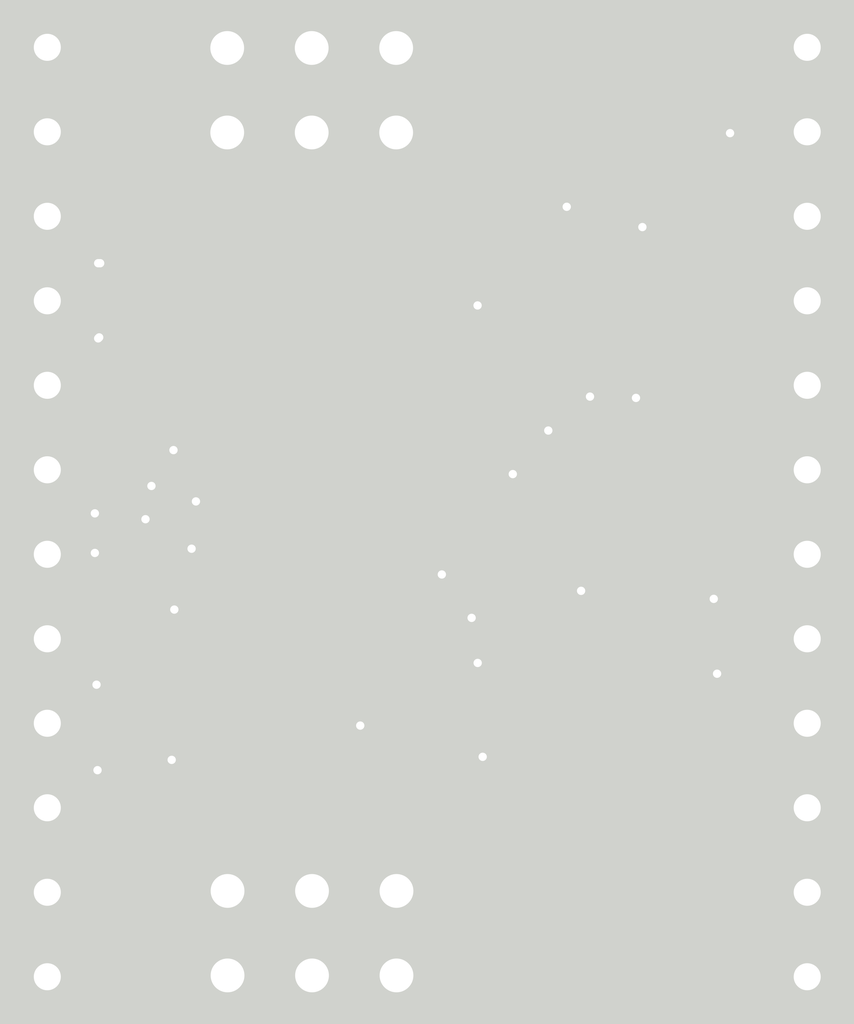
<source format=kicad_pcb>
(kicad_pcb (version 3) (host pcbnew "(2013-may-18)-stable")

  (general
    (links 91)
    (no_connects 0)
    (area 0 0 0 0)
    (thickness 1.6)
    (drawings 5)
    (tracks 423)
    (zones 0)
    (modules 14)
    (nets 35)
  )

  (page A3)
  (layers
    (15 F.Cu signal)
    (0 B.Cu signal)
    (16 B.Adhes user hide)
    (17 F.Adhes user hide)
    (18 B.Paste user hide)
    (19 F.Paste user hide)
    (20 B.SilkS user)
    (21 F.SilkS user hide)
    (22 B.Mask user hide)
    (23 F.Mask user hide)
    (24 Dwgs.User user hide)
    (25 Cmts.User user hide)
    (26 Eco1.User user hide)
    (27 Eco2.User user hide)
    (28 Edge.Cuts user hide)
  )

  (setup
    (last_trace_width 0.18)
    (trace_clearance 0.18)
    (zone_clearance 0.3)
    (zone_45_only yes)
    (trace_min 0.16)
    (segment_width 0.2)
    (edge_width 0.1)
    (via_size 0.5)
    (via_drill 0.25)
    (via_min_size 0.5)
    (via_min_drill 0.25)
    (uvia_size 0.35)
    (uvia_drill 0.2)
    (uvias_allowed no)
    (uvia_min_size 0.35)
    (uvia_min_drill 0.2)
    (pcb_text_width 0.3)
    (pcb_text_size 1.5 1.5)
    (mod_edge_width 0.15)
    (mod_text_size 1 1)
    (mod_text_width 0.15)
    (pad_size 1.524 1.524)
    (pad_drill 1.016)
    (pad_to_mask_clearance 0)
    (aux_axis_origin 0 0)
    (visible_elements FFFFFFBF)
    (pcbplotparams
      (layerselection 284983297)
      (usegerberextensions true)
      (excludeedgelayer true)
      (linewidth 0.150000)
      (plotframeref false)
      (viasonmask false)
      (mode 1)
      (useauxorigin false)
      (hpglpennumber 1)
      (hpglpenspeed 20)
      (hpglpendiameter 15)
      (hpglpenoverlay 2)
      (psnegative false)
      (psa4output false)
      (plotreference true)
      (plotvalue false)
      (plotothertext true)
      (plotinvisibletext false)
      (padsonsilk false)
      (subtractmaskfromsilk false)
      (outputformat 1)
      (mirror false)
      (drillshape 0)
      (scaleselection 1)
      (outputdirectory GerberOutput/))
  )

  (net 0 "")
  (net 1 /A1)
  (net 2 /A2)
  (net 3 /SCL)
  (net 4 /SDA)
  (net 5 /WIPER_0)
  (net 6 /WIPER_1)
  (net 7 /WIPER_2)
  (net 8 /WIPER_3)
  (net 9 /WIPER_4)
  (net 10 /WIPER_5)
  (net 11 /WIPER_6)
  (net 12 /WIPER_7)
  (net 13 /Y0)
  (net 14 /Y1)
  (net 15 /Y2)
  (net 16 /Y3)
  (net 17 /Y4)
  (net 18 /Y5)
  (net 19 /Y6)
  (net 20 /Y7)
  (net 21 GND)
  (net 22 N-0000014)
  (net 23 N-0000015)
  (net 24 N-0000016)
  (net 25 N-0000017)
  (net 26 N-0000018)
  (net 27 N-0000019)
  (net 28 N-0000028)
  (net 29 N-0000029)
  (net 30 N-0000030)
  (net 31 N-0000031)
  (net 32 N-0000032)
  (net 33 N-0000033)
  (net 34 N-000009)

  (net_class Default "This is the default net class."
    (clearance 0.18)
    (trace_width 0.18)
    (via_dia 0.5)
    (via_drill 0.25)
    (uvia_dia 0.35)
    (uvia_drill 0.2)
    (add_net "")
    (add_net /A1)
    (add_net /A2)
    (add_net /SCL)
    (add_net /SDA)
    (add_net /WIPER_0)
    (add_net /WIPER_1)
    (add_net /WIPER_2)
    (add_net /WIPER_3)
    (add_net /WIPER_4)
    (add_net /WIPER_5)
    (add_net /WIPER_6)
    (add_net /WIPER_7)
    (add_net /Y0)
    (add_net /Y1)
    (add_net /Y2)
    (add_net /Y3)
    (add_net /Y4)
    (add_net /Y5)
    (add_net /Y6)
    (add_net /Y7)
    (add_net GND)
    (add_net N-0000014)
    (add_net N-0000015)
    (add_net N-0000016)
    (add_net N-0000017)
    (add_net N-0000018)
    (add_net N-0000019)
    (add_net N-0000028)
    (add_net N-0000029)
    (add_net N-0000030)
    (add_net N-0000031)
    (add_net N-0000032)
    (add_net N-0000033)
    (add_net N-000009)
  )

  (module SIL-12 (layer F.Cu) (tedit 5369DD1E) (tstamp 53687FD0)
    (at 40.01 31.46 90)
    (descr "Connecteur 12 pins")
    (tags "CONN DEV")
    (path /535888BC)
    (fp_text reference P1 (at -7.62 -2.54 90) (layer F.SilkS)
      (effects (font (size 1.72974 1.08712) (thickness 0.27178)))
    )
    (fp_text value CONN_12 (at 7.62 -2.54 90) (layer F.SilkS)
      (effects (font (size 1.524 1.016) (thickness 0.254)))
    )
    (fp_line (start -15.24 1.27) (end -15.24 1.27) (layer F.SilkS) (width 0.3048))
    (fp_line (start -15.24 1.27) (end -15.24 -1.27) (layer F.SilkS) (width 0.3048))
    (fp_line (start -15.24 -1.27) (end 10.16 -1.27) (layer F.SilkS) (width 0.3048))
    (fp_line (start 10.16 1.27) (end -15.24 1.27) (layer F.SilkS) (width 0.3048))
    (fp_line (start -12.7 1.27) (end -12.7 -1.27) (layer F.SilkS) (width 0.3048))
    (fp_line (start 10.16 -1.27) (end 14.605 -1.27) (layer F.SilkS) (width 0.3048))
    (fp_line (start 14.605 -1.27) (end 15.24 -1.27) (layer F.SilkS) (width 0.3048))
    (fp_line (start 15.24 -1.27) (end 15.24 1.27) (layer F.SilkS) (width 0.3048))
    (fp_line (start 15.24 1.27) (end 10.16 1.27) (layer F.SilkS) (width 0.3048))
    (pad 1 thru_hole rect (at -13.97 0 90) (size 1.397 1.397) (drill 0.8128)
      (layers *.Cu *.Mask F.SilkS)
      (net 4 /SDA)
    )
    (pad 2 thru_hole circle (at -11.43 0 90) (size 1.397 1.397) (drill 0.8128)
      (layers *.Cu *.Mask F.SilkS)
      (net 3 /SCL)
    )
    (pad 3 thru_hole circle (at -8.89 0 90) (size 1.397 1.397) (drill 0.8128)
      (layers *.Cu *.Mask F.SilkS)
      (net 7 /WIPER_2)
    )
    (pad 4 thru_hole circle (at -6.35 0 90) (size 1.397 1.397) (drill 0.8128)
      (layers *.Cu *.Mask F.SilkS)
      (net 8 /WIPER_3)
    )
    (pad 5 thru_hole circle (at -3.81 0 90) (size 1.397 1.397) (drill 0.8128)
      (layers *.Cu *.Mask F.SilkS)
      (net 5 /WIPER_0)
    )
    (pad 6 thru_hole circle (at -1.27 0 90) (size 1.397 1.397) (drill 0.8128)
      (layers *.Cu *.Mask F.SilkS)
      (net 6 /WIPER_1)
    )
    (pad 7 thru_hole circle (at 1.27 0 90) (size 1.397 1.397) (drill 0.8128)
      (layers *.Cu *.Mask F.SilkS)
      (net 11 /WIPER_6)
    )
    (pad 8 thru_hole circle (at 3.81 0 90) (size 1.397 1.397) (drill 0.8128)
      (layers *.Cu *.Mask F.SilkS)
      (net 12 /WIPER_7)
    )
    (pad 9 thru_hole circle (at 6.35 0 90) (size 1.397 1.397) (drill 0.8128)
      (layers *.Cu *.Mask F.SilkS)
      (net 9 /WIPER_4)
    )
    (pad 10 thru_hole circle (at 8.89 0 90) (size 1.397 1.397) (drill 0.8128)
      (layers *.Cu *.Mask F.SilkS)
      (net 10 /WIPER_5)
    )
    (pad 11 thru_hole circle (at 11.43 0 90) (size 1.397 1.397) (drill 0.8128)
      (layers *.Cu *.Mask F.SilkS)
      (net 21 GND)
    )
    (pad 12 thru_hole circle (at 13.97 0 90) (size 1.397 1.397) (drill 0.8128)
      (layers *.Cu *.Mask F.SilkS)
      (net 34 N-000009)
    )
    (model pin_array\pins_array_12x1.wrl
      (at (xyz 0 0 0))
      (scale (xyz 1 1 1))
      (rotate (xyz 0 0 0))
    )
  )

  (module pin_array_3x2 (layer F.Cu) (tedit 5369D23A) (tstamp 5369DF27)
    (at 25.11 18.78)
    (descr "Double rangee de contacts 2 x 4 pins")
    (tags CONN)
    (fp_text reference PIN_ARRAY_3X2 (at 0 -3.81) (layer F.SilkS)
      (effects (font (size 1.016 1.016) (thickness 0.2032)))
    )
    (fp_text value Val** (at 0 3.81) (layer F.SilkS) hide
      (effects (font (size 1.016 1.016) (thickness 0.2032)))
    )
    (fp_line (start 3.81 2.54) (end -3.81 2.54) (layer F.SilkS) (width 0.2032))
    (fp_line (start -3.81 -2.54) (end 3.81 -2.54) (layer F.SilkS) (width 0.2032))
    (fp_line (start 3.81 -2.54) (end 3.81 2.54) (layer F.SilkS) (width 0.2032))
    (fp_line (start -3.81 2.54) (end -3.81 -2.54) (layer F.SilkS) (width 0.2032))
    (pad 1 thru_hole rect (at -2.54 1.27) (size 1.524 1.524) (drill 1.016)
      (layers *.Cu *.Mask F.SilkS)
      (net 21 GND)
    )
    (pad 2 thru_hole circle (at -2.54 -1.27) (size 1.524 1.524) (drill 1.016)
      (layers *.Cu *.Mask F.SilkS)
      (net 21 GND)
    )
    (pad 3 thru_hole circle (at 0 1.27) (size 1.524 1.524) (drill 1.016)
      (layers *.Cu *.Mask F.SilkS)
      (net 21 GND)
    )
    (pad 4 thru_hole circle (at 0 -1.27) (size 1.524 1.524) (drill 1.016)
      (layers *.Cu *.Mask F.SilkS)
      (net 21 GND)
    )
    (pad 5 thru_hole circle (at 2.54 1.27) (size 1.524 1.524) (drill 1.016)
      (layers *.Cu *.Mask F.SilkS)
      (net 21 GND)
    )
    (pad 6 thru_hole circle (at 2.54 -1.27) (size 1.524 1.524) (drill 1.016)
      (layers *.Cu *.Mask F.SilkS)
      (net 21 GND)
    )
    (model pin_array/pins_array_3x2.wrl
      (at (xyz 0 0 0))
      (scale (xyz 1 1 1))
      (rotate (xyz 0 0 0))
    )
  )

  (module QFP20-6x4 (layer F.Cu) (tedit 5369BED0) (tstamp 5368800F)
    (at 33.04 36.77 180)
    (descr "Plastic QFP, TI PVQFN-N16")
    (path /53588868)
    (fp_text reference U1 (at 0 -2.70002 180) (layer F.SilkS)
      (effects (font (size 0.29972 0.29972) (thickness 0.06096)))
    )
    (fp_text value ISL23345 (at 0 2.70002 180) (layer F.SilkS)
      (effects (font (size 0.29972 0.29972) (thickness 0.06096)))
    )
    (fp_line (start -2.10058 1.50114) (end -2.10058 1.89992) (layer F.SilkS) (width 0.127))
    (fp_line (start -2.10058 1.89992) (end -1.69926 1.89992) (layer F.SilkS) (width 0.127))
    (fp_line (start -1.69926 1.89992) (end -2.10058 1.50114) (layer F.SilkS) (width 0.127))
    (fp_line (start -1.99898 -1.80086) (end 1.99898 -1.80086) (layer F.SilkS) (width 0.127))
    (fp_line (start 1.99898 1.80086) (end -1.99898 1.80086) (layer F.SilkS) (width 0.127))
    (fp_circle (center -1.7018 1.50114) (end -1.8034 1.50114) (layer F.SilkS) (width 0.127))
    (fp_line (start 1.99898 -1.80086) (end 1.99898 1.80086) (layer F.SilkS) (width 0.127))
    (fp_line (start -1.99898 1.80086) (end -1.99898 -1.80086) (layer F.SilkS) (width 0.127))
    (pad 1 smd rect (at -1.24968 1.69926 180) (size 0.23876 0.89916)
      (layers F.Cu F.Paste F.Mask)
      (net 34 N-000009)
      (solder_mask_margin 0.07112)
    )
    (pad 2 smd rect (at -0.7493 1.69926 180) (size 0.23876 0.89916)
      (layers F.Cu F.Paste F.Mask)
      (net 16 /Y3)
      (solder_mask_margin 0.07112)
    )
    (pad 3 smd rect (at -0.24892 1.69926 180) (size 0.23876 0.89916)
      (layers F.Cu F.Paste F.Mask)
      (net 21 GND)
      (solder_mask_margin 0.07112)
    )
    (pad 4 smd rect (at 0.24892 1.69926 180) (size 0.23876 0.89916)
      (layers F.Cu F.Paste F.Mask)
      (net 6 /WIPER_1)
      (solder_mask_margin 0.07112)
    )
    (pad 5 smd rect (at 0.7493 1.69926 180) (size 0.23876 0.89916)
      (layers F.Cu F.Paste F.Mask)
      (net 15 /Y2)
      (solder_mask_margin 0.07112)
    )
    (pad 7 smd rect (at 1.95072 0.7493 180) (size 0.89916 0.23876)
      (layers F.Cu F.Paste F.Mask)
      (net 34 N-000009)
      (solder_mask_margin 0.07112)
    )
    (pad 10 smd rect (at 1.95072 -0.7493 180) (size 0.89916 0.23876)
      (layers F.Cu F.Paste F.Mask)
      (net 21 GND)
      (solder_mask_margin 0.07112)
    )
    (pad 11 smd rect (at 1.24968 -1.69926 180) (size 0.23876 0.89916)
      (layers F.Cu F.Paste F.Mask)
      (net 4 /SDA)
      (solder_mask_margin 0.07112)
    )
    (pad 12 smd rect (at 0.7493 -1.69926 180) (size 0.23876 0.89916)
      (layers F.Cu F.Paste F.Mask)
      (net 3 /SCL)
      (solder_mask_margin 0.07112)
    )
    (pad 13 smd rect (at 0.24892 -1.69926 180) (size 0.23876 0.89916)
      (layers F.Cu F.Paste F.Mask)
      (net 14 /Y1)
      (solder_mask_margin 0.07112)
    )
    (pad 14 smd rect (at -0.24892 -1.69926 180) (size 0.23876 0.89916)
      (layers F.Cu F.Paste F.Mask)
      (net 7 /WIPER_2)
      (solder_mask_margin 0.07112)
    )
    (pad 15 smd rect (at -0.7493 -1.69926 180) (size 0.23876 0.89916)
      (layers F.Cu F.Paste F.Mask)
      (net 21 GND)
      (solder_mask_margin 0.07112)
    )
    (pad 17 smd rect (at -1.95072 -0.7493 180) (size 0.89916 0.23876)
      (layers F.Cu F.Paste F.Mask)
      (net 8 /WIPER_3)
      (solder_mask_margin 0.07112)
    )
    (pad 20 smd rect (at -1.95072 0.7493 180) (size 0.89916 0.23876)
      (layers F.Cu F.Paste F.Mask)
      (net 5 /WIPER_0)
      (solder_mask_margin 0.07112)
    )
    (pad "" smd rect (at 0 0 180) (size 2.65 1.65)
      (layers F.Cu F.Paste F.Mask)
      (net 21 GND)
      (solder_mask_margin 0.07112)
      (solder_paste_margin -0.09906)
    )
    (pad 6 smd rect (at 1.24968 1.69926 180) (size 0.23876 0.89916)
      (layers F.Cu F.Paste F.Mask)
      (net 21 GND)
      (solder_mask_margin 0.07112)
    )
    (pad 16 smd rect (at -1.24968 -1.69926 180) (size 0.23876 0.89916)
      (layers F.Cu F.Paste F.Mask)
      (net 13 /Y0)
      (solder_mask_margin 0.07112)
    )
    (pad 9 smd rect (at 1.95072 -0.254 180) (size 0.89916 0.23876)
      (layers F.Cu F.Paste F.Mask)
      (net 21 GND)
    )
    (pad 8 smd rect (at 1.94818 0.24384 180) (size 0.89916 0.23876)
      (layers F.Cu F.Paste F.Mask)
      (net 34 N-000009)
    )
    (pad 18 smd rect (at -1.95326 -0.25146 180) (size 0.89916 0.23876)
      (layers F.Cu F.Paste F.Mask)
      (net 21 GND)
    )
    (pad 19 smd rect (at -1.95072 0.25654 180) (size 0.89916 0.23876)
      (layers F.Cu F.Paste F.Mask)
      (net 21 GND)
    )
    (model walter/smd_qfn/r-pvqfn-n16.wrl
      (at (xyz 0 0 0))
      (scale (xyz 1 1 1))
      (rotate (xyz 0 0 0))
    )
  )

  (module QFP20-6x4 (layer F.Cu) (tedit 5369BF02) (tstamp 53689C07)
    (at 33.04 25.21 180)
    (descr "Plastic QFP, TI PVQFN-N16")
    (path /53588877)
    (fp_text reference U3 (at 0 -2.70002 180) (layer F.SilkS)
      (effects (font (size 0.29972 0.29972) (thickness 0.06096)))
    )
    (fp_text value ISL23345 (at 0 2.70002 180) (layer F.SilkS)
      (effects (font (size 0.29972 0.29972) (thickness 0.06096)))
    )
    (fp_line (start -2.10058 1.50114) (end -2.10058 1.89992) (layer F.SilkS) (width 0.127))
    (fp_line (start -2.10058 1.89992) (end -1.69926 1.89992) (layer F.SilkS) (width 0.127))
    (fp_line (start -1.69926 1.89992) (end -2.10058 1.50114) (layer F.SilkS) (width 0.127))
    (fp_line (start -1.99898 -1.80086) (end 1.99898 -1.80086) (layer F.SilkS) (width 0.127))
    (fp_line (start 1.99898 1.80086) (end -1.99898 1.80086) (layer F.SilkS) (width 0.127))
    (fp_circle (center -1.7018 1.50114) (end -1.8034 1.50114) (layer F.SilkS) (width 0.127))
    (fp_line (start 1.99898 -1.80086) (end 1.99898 1.80086) (layer F.SilkS) (width 0.127))
    (fp_line (start -1.99898 1.80086) (end -1.99898 -1.80086) (layer F.SilkS) (width 0.127))
    (pad 1 smd rect (at -1.24968 1.69926 180) (size 0.23876 0.89916)
      (layers F.Cu F.Paste F.Mask)
      (net 34 N-000009)
      (solder_mask_margin 0.07112)
    )
    (pad 2 smd rect (at -0.7493 1.69926 180) (size 0.23876 0.89916)
      (layers F.Cu F.Paste F.Mask)
      (net 20 /Y7)
      (solder_mask_margin 0.07112)
    )
    (pad 3 smd rect (at -0.24892 1.69926 180) (size 0.23876 0.89916)
      (layers F.Cu F.Paste F.Mask)
      (net 21 GND)
      (solder_mask_margin 0.07112)
    )
    (pad 4 smd rect (at 0.24892 1.69926 180) (size 0.23876 0.89916)
      (layers F.Cu F.Paste F.Mask)
      (net 10 /WIPER_5)
      (solder_mask_margin 0.07112)
    )
    (pad 5 smd rect (at 0.7493 1.69926 180) (size 0.23876 0.89916)
      (layers F.Cu F.Paste F.Mask)
      (net 19 /Y6)
      (solder_mask_margin 0.07112)
    )
    (pad 7 smd rect (at 1.95072 0.7493 180) (size 0.89916 0.23876)
      (layers F.Cu F.Paste F.Mask)
      (net 34 N-000009)
      (solder_mask_margin 0.07112)
    )
    (pad 10 smd rect (at 1.95072 -0.7493 180) (size 0.89916 0.23876)
      (layers F.Cu F.Paste F.Mask)
      (net 21 GND)
      (solder_mask_margin 0.07112)
    )
    (pad 11 smd rect (at 1.24968 -1.69926 180) (size 0.23876 0.89916)
      (layers F.Cu F.Paste F.Mask)
      (net 4 /SDA)
      (solder_mask_margin 0.07112)
    )
    (pad 12 smd rect (at 0.7493 -1.69926 180) (size 0.23876 0.89916)
      (layers F.Cu F.Paste F.Mask)
      (net 3 /SCL)
      (solder_mask_margin 0.07112)
    )
    (pad 13 smd rect (at 0.24892 -1.69926 180) (size 0.23876 0.89916)
      (layers F.Cu F.Paste F.Mask)
      (net 18 /Y5)
      (solder_mask_margin 0.07112)
    )
    (pad 14 smd rect (at -0.24892 -1.69926 180) (size 0.23876 0.89916)
      (layers F.Cu F.Paste F.Mask)
      (net 11 /WIPER_6)
      (solder_mask_margin 0.07112)
    )
    (pad 15 smd rect (at -0.7493 -1.69926 180) (size 0.23876 0.89916)
      (layers F.Cu F.Paste F.Mask)
      (net 21 GND)
      (solder_mask_margin 0.07112)
    )
    (pad 17 smd rect (at -1.95072 -0.7493 180) (size 0.89916 0.23876)
      (layers F.Cu F.Paste F.Mask)
      (net 12 /WIPER_7)
      (solder_mask_margin 0.07112)
    )
    (pad 20 smd rect (at -1.95072 0.7493 180) (size 0.89916 0.23876)
      (layers F.Cu F.Paste F.Mask)
      (net 9 /WIPER_4)
      (solder_mask_margin 0.07112)
    )
    (pad "" smd rect (at 0 0 180) (size 2.65 1.65)
      (layers F.Cu F.Paste F.Mask)
      (net 21 GND)
      (solder_mask_margin 0.07112)
      (solder_paste_margin -0.09906)
    )
    (pad 6 smd rect (at 1.24968 1.69926 180) (size 0.23876 0.89916)
      (layers F.Cu F.Paste F.Mask)
      (net 21 GND)
      (solder_mask_margin 0.07112)
    )
    (pad 16 smd rect (at -1.24968 -1.69926 180) (size 0.23876 0.89916)
      (layers F.Cu F.Paste F.Mask)
      (net 17 /Y4)
      (solder_mask_margin 0.07112)
    )
    (pad 9 smd rect (at 1.95072 -0.254 180) (size 0.89916 0.23876)
      (layers F.Cu F.Paste F.Mask)
      (net 21 GND)
    )
    (pad 8 smd rect (at 1.94818 0.24384 180) (size 0.89916 0.23876)
      (layers F.Cu F.Paste F.Mask)
      (net 21 GND)
    )
    (pad 18 smd rect (at -1.95326 -0.25146 180) (size 0.89916 0.23876)
      (layers F.Cu F.Paste F.Mask)
      (net 21 GND)
    )
    (pad 19 smd rect (at -1.95072 0.25654 180) (size 0.89916 0.23876)
      (layers F.Cu F.Paste F.Mask)
      (net 21 GND)
    )
    (model walter/smd_qfn/r-pvqfn-n16.wrl
      (at (xyz 0 0 0))
      (scale (xyz 1 1 1))
      (rotate (xyz 0 0 0))
    )
  )

  (module SIL-4 (layer F.Cu) (tedit 53699EF5) (tstamp 53687FB7)
    (at 26.24 34.43 270)
    (descr "Connecteur 4 pibs")
    (tags "CONN DEV")
    (path /5368767B)
    (fp_text reference P3 (at -2.5146 4.70662 270) (layer F.SilkS)
      (effects (font (size 1.73482 1.08712) (thickness 0.27178)))
    )
    (fp_text value CONN_2X2 (at 0 -2.54 270) (layer F.SilkS) hide
      (effects (font (size 1.524 1.016) (thickness 0.3048)))
    )
    (pad 1 smd rect (at -3.81 0 270) (size 1.397 1.397)
      (layers B.Cu F.Paste F.Mask)
      (net 21 GND)
    )
    (pad 2 smd rect (at -3.83286 2.3495 270) (size 1.397 1.397)
      (layers B.Cu F.Paste F.Mask)
      (net 1 /A1)
    )
    (pad 3 smd rect (at -1.24714 0.0127 270) (size 1.397 1.397)
      (layers B.Cu F.Paste F.Mask)
      (net 21 GND)
    )
    (pad 4 smd rect (at -1.31826 2.38506 270) (size 1.397 1.397)
      (layers B.Cu F.Paste F.Mask)
      (net 2 /A2)
    )
  )

  (module SM0805 (layer B.Cu) (tedit 5091495C) (tstamp 53687F9B)
    (at 22.92 28.79 180)
    (path /53687378)
    (attr smd)
    (fp_text reference R1 (at 0 0.3175 180) (layer B.SilkS)
      (effects (font (size 0.50038 0.50038) (thickness 0.10922)) (justify mirror))
    )
    (fp_text value 10000 (at 0 -0.381 180) (layer B.SilkS)
      (effects (font (size 0.50038 0.50038) (thickness 0.10922)) (justify mirror))
    )
    (fp_circle (center -1.651 -0.762) (end -1.651 -0.635) (layer B.SilkS) (width 0.09906))
    (fp_line (start -0.508 -0.762) (end -1.524 -0.762) (layer B.SilkS) (width 0.09906))
    (fp_line (start -1.524 -0.762) (end -1.524 0.762) (layer B.SilkS) (width 0.09906))
    (fp_line (start -1.524 0.762) (end -0.508 0.762) (layer B.SilkS) (width 0.09906))
    (fp_line (start 0.508 0.762) (end 1.524 0.762) (layer B.SilkS) (width 0.09906))
    (fp_line (start 1.524 0.762) (end 1.524 -0.762) (layer B.SilkS) (width 0.09906))
    (fp_line (start 1.524 -0.762) (end 0.508 -0.762) (layer B.SilkS) (width 0.09906))
    (pad 1 smd rect (at -0.9525 0 180) (size 0.889 1.397)
      (layers B.Cu B.Paste B.Mask)
      (net 1 /A1)
    )
    (pad 2 smd rect (at 0.9525 0 180) (size 0.889 1.397)
      (layers B.Cu B.Paste B.Mask)
      (net 34 N-000009)
    )
    (model smd/chip_cms.wrl
      (at (xyz 0 0 0))
      (scale (xyz 0.1 0.1 0.1))
      (rotate (xyz 0 0 0))
    )
  )

  (module SM0805 (layer B.Cu) (tedit 5091495C) (tstamp 53687FA8)
    (at 22.94 34.99 180)
    (path /5368738A)
    (attr smd)
    (fp_text reference R2 (at 0 0.3175 180) (layer B.SilkS)
      (effects (font (size 0.50038 0.50038) (thickness 0.10922)) (justify mirror))
    )
    (fp_text value 10000 (at 0 -0.381 180) (layer B.SilkS)
      (effects (font (size 0.50038 0.50038) (thickness 0.10922)) (justify mirror))
    )
    (fp_circle (center -1.651 -0.762) (end -1.651 -0.635) (layer B.SilkS) (width 0.09906))
    (fp_line (start -0.508 -0.762) (end -1.524 -0.762) (layer B.SilkS) (width 0.09906))
    (fp_line (start -1.524 -0.762) (end -1.524 0.762) (layer B.SilkS) (width 0.09906))
    (fp_line (start -1.524 0.762) (end -0.508 0.762) (layer B.SilkS) (width 0.09906))
    (fp_line (start 0.508 0.762) (end 1.524 0.762) (layer B.SilkS) (width 0.09906))
    (fp_line (start 1.524 0.762) (end 1.524 -0.762) (layer B.SilkS) (width 0.09906))
    (fp_line (start 1.524 -0.762) (end 0.508 -0.762) (layer B.SilkS) (width 0.09906))
    (pad 1 smd rect (at -0.9525 0 180) (size 0.889 1.397)
      (layers B.Cu B.Paste B.Mask)
      (net 2 /A2)
    )
    (pad 2 smd rect (at 0.9525 0 180) (size 0.889 1.397)
      (layers B.Cu B.Paste B.Mask)
      (net 34 N-000009)
    )
    (model smd/chip_cms.wrl
      (at (xyz 0 0 0))
      (scale (xyz 0.1 0.1 0.1))
      (rotate (xyz 0 0 0))
    )
  )

  (module SIL-12 (layer F.Cu) (tedit 5031D9E1) (tstamp 53687FE9)
    (at 17.16 31.46 270)
    (descr "Connecteur 12 pins")
    (tags "CONN DEV")
    (path /535888CB)
    (fp_text reference P2 (at -7.62 -2.54 270) (layer F.SilkS)
      (effects (font (size 1.72974 1.08712) (thickness 0.3048)))
    )
    (fp_text value CONN_12 (at 7.62 -2.54 270) (layer F.SilkS)
      (effects (font (size 1.524 1.016) (thickness 0.3048)))
    )
    (fp_line (start -15.24 1.27) (end -15.24 1.27) (layer F.SilkS) (width 0.3048))
    (fp_line (start -15.24 1.27) (end -15.24 -1.27) (layer F.SilkS) (width 0.3048))
    (fp_line (start -15.24 -1.27) (end 10.16 -1.27) (layer F.SilkS) (width 0.3048))
    (fp_line (start 10.16 1.27) (end -15.24 1.27) (layer F.SilkS) (width 0.3048))
    (fp_line (start -12.7 1.27) (end -12.7 -1.27) (layer F.SilkS) (width 0.3048))
    (fp_line (start 10.16 -1.27) (end 14.605 -1.27) (layer F.SilkS) (width 0.3048))
    (fp_line (start 14.605 -1.27) (end 15.24 -1.27) (layer F.SilkS) (width 0.3048))
    (fp_line (start 15.24 -1.27) (end 15.24 1.27) (layer F.SilkS) (width 0.3048))
    (fp_line (start 15.24 1.27) (end 10.16 1.27) (layer F.SilkS) (width 0.3048))
    (pad 1 thru_hole rect (at -13.97 0 270) (size 1.397 1.397) (drill 0.8128)
      (layers *.Cu *.Mask F.SilkS)
      (net 32 N-0000032)
    )
    (pad 2 thru_hole circle (at -11.43 0 270) (size 1.397 1.397) (drill 0.8128)
      (layers *.Cu *.Mask F.SilkS)
      (net 27 N-0000019)
    )
    (pad 3 thru_hole circle (at -8.89 0 270) (size 1.397 1.397) (drill 0.8128)
      (layers *.Cu *.Mask F.SilkS)
      (net 33 N-0000033)
    )
    (pad 4 thru_hole circle (at -6.35 0 270) (size 1.397 1.397) (drill 0.8128)
      (layers *.Cu *.Mask F.SilkS)
      (net 26 N-0000018)
    )
    (pad 5 thru_hole circle (at -3.81 0 270) (size 1.397 1.397) (drill 0.8128)
      (layers *.Cu *.Mask F.SilkS)
      (net 25 N-0000017)
    )
    (pad 6 thru_hole circle (at -1.27 0 270) (size 1.397 1.397) (drill 0.8128)
      (layers *.Cu *.Mask F.SilkS)
      (net 24 N-0000016)
    )
    (pad 7 thru_hole circle (at 1.27 0 270) (size 1.397 1.397) (drill 0.8128)
      (layers *.Cu *.Mask F.SilkS)
      (net 23 N-0000015)
    )
    (pad 8 thru_hole circle (at 3.81 0 270) (size 1.397 1.397) (drill 0.8128)
      (layers *.Cu *.Mask F.SilkS)
      (net 30 N-0000030)
    )
    (pad 9 thru_hole circle (at 6.35 0 270) (size 1.397 1.397) (drill 0.8128)
      (layers *.Cu *.Mask F.SilkS)
      (net 31 N-0000031)
    )
    (pad 10 thru_hole circle (at 8.89 0 270) (size 1.397 1.397) (drill 0.8128)
      (layers *.Cu *.Mask F.SilkS)
      (net 22 N-0000014)
    )
    (pad 11 thru_hole circle (at 11.43 0 270) (size 1.397 1.397) (drill 0.8128)
      (layers *.Cu *.Mask F.SilkS)
      (net 29 N-0000029)
    )
    (pad 12 thru_hole circle (at 13.97 0 270) (size 1.397 1.397) (drill 0.8128)
      (layers *.Cu *.Mask F.SilkS)
      (net 28 N-0000028)
    )
    (model pin_array\pins_array_12x1.wrl
      (at (xyz 0 0 0))
      (scale (xyz 1 1 1))
      (rotate (xyz 0 0 0))
    )
  )

  (module QFN32 (layer F.Cu) (tedit 5369BF13) (tstamp 53689C79)
    (at 25.07 31.89 90)
    (descr "Support CMS Plcc 32 pins")
    (tags "CMS Plcc")
    (path /53588859)
    (attr smd)
    (fp_text reference U2 (at 0 -1.016 90) (layer F.SilkS)
      (effects (font (size 0.762 0.762) (thickness 0.1524)))
    )
    (fp_text value ADG2128 (at 0 0.762 90) (layer F.SilkS)
      (effects (font (size 0.762 0.762) (thickness 0.1524)))
    )
    (fp_line (start -2.0955 -3.048) (end 2.0955 -3.048) (layer F.SilkS) (width 0.1524))
    (fp_line (start 2.0955 -3.048) (end 3.048 -3.048) (layer F.SilkS) (width 0.1524))
    (fp_line (start 3.048 -3.048) (end 3.048 3.048) (layer F.SilkS) (width 0.1524))
    (fp_line (start 3.048 3.048) (end -3.048 3.048) (layer F.SilkS) (width 0.1524))
    (fp_line (start -3.048 3.048) (end -3.048 -2.0955) (layer F.SilkS) (width 0.1524))
    (fp_line (start -3.048 -2.0955) (end -2.0955 -3.048) (layer F.SilkS) (width 0.1524))
    (pad 31 smd rect (at -1.24968 -2.49936 90) (size 0.254 0.762)
      (layers F.Cu F.Paste F.Mask)
      (net 34 N-000009)
    )
    (pad 30 smd rect (at -0.7493 -2.49936 90) (size 0.254 0.762)
      (layers F.Cu F.Paste F.Mask)
      (net 2 /A2)
    )
    (pad 29 smd rect (at -0.24892 -2.49936 90) (size 0.254 0.762)
      (layers F.Cu F.Paste F.Mask)
      (net 1 /A1)
    )
    (pad 32 smd rect (at -1.75006 -2.49936 90) (size 0.254 0.762)
      (layers F.Cu F.Paste F.Mask)
      (net 21 GND)
    )
    (pad 1 smd rect (at -2.49936 -1.75006 180) (size 0.254 0.762)
      (layers F.Cu F.Paste F.Mask)
      (net 21 GND)
    )
    (pad 2 smd rect (at -2.49936 -1.24968 180) (size 0.254 0.762)
      (layers F.Cu F.Paste F.Mask)
    )
    (pad 3 smd rect (at -2.49936 -0.7493 180) (size 0.254 0.762)
      (layers F.Cu F.Paste F.Mask)
      (net 23 N-0000015)
    )
    (pad 4 smd rect (at -2.49936 -0.24892 180) (size 0.254 0.762)
      (layers F.Cu F.Paste F.Mask)
      (net 30 N-0000030)
    )
    (pad 5 smd rect (at -2.49936 0.24892 180) (size 0.254 0.762)
      (layers F.Cu F.Paste F.Mask)
      (net 31 N-0000031)
    )
    (pad 6 smd rect (at -2.49936 0.7493 180) (size 0.254 0.762)
      (layers F.Cu F.Paste F.Mask)
      (net 22 N-0000014)
    )
    (pad 7 smd rect (at -2.49936 1.24968 180) (size 0.254 0.762)
      (layers F.Cu F.Paste F.Mask)
      (net 29 N-0000029)
    )
    (pad 8 smd rect (at -2.49936 1.75006 180) (size 0.254 0.762)
      (layers F.Cu F.Paste F.Mask)
      (net 28 N-0000028)
    )
    (pad 16 smd rect (at 1.75006 2.49936 90) (size 0.254 0.762)
      (layers F.Cu F.Paste F.Mask)
      (net 20 /Y7)
    )
    (pad 9 smd rect (at -1.75006 2.49936 90) (size 0.254 0.762)
      (layers F.Cu F.Paste F.Mask)
      (net 13 /Y0)
    )
    (pad 10 smd rect (at -1.24968 2.49936 90) (size 0.254 0.762)
      (layers F.Cu F.Paste F.Mask)
      (net 14 /Y1)
    )
    (pad 11 smd rect (at -0.7493 2.49936 90) (size 0.254 0.762)
      (layers F.Cu F.Paste F.Mask)
      (net 15 /Y2)
    )
    (pad 12 smd rect (at -0.24892 2.49936 90) (size 0.254 0.762)
      (layers F.Cu F.Paste F.Mask)
      (net 16 /Y3)
    )
    (pad 13 smd rect (at 0.24892 2.49936 90) (size 0.254 0.762)
      (layers F.Cu F.Paste F.Mask)
      (net 17 /Y4)
    )
    (pad 14 smd rect (at 0.7493 2.49936 90) (size 0.254 0.762)
      (layers F.Cu F.Paste F.Mask)
      (net 18 /Y5)
    )
    (pad 15 smd rect (at 1.24968 2.49936 90) (size 0.254 0.762)
      (layers F.Cu F.Paste F.Mask)
      (net 19 /Y6)
    )
    (pad 17 smd rect (at 2.49936 1.75006 180) (size 0.254 0.762)
      (layers F.Cu F.Paste F.Mask)
      (net 32 N-0000032)
    )
    (pad 18 smd rect (at 2.49936 1.24968 180) (size 0.254 0.762)
      (layers F.Cu F.Paste F.Mask)
      (net 27 N-0000019)
    )
    (pad 19 smd rect (at 2.49936 0.7493 180) (size 0.254 0.762)
      (layers F.Cu F.Paste F.Mask)
      (net 33 N-0000033)
    )
    (pad 20 smd rect (at 2.49936 0.24892 180) (size 0.254 0.762)
      (layers F.Cu F.Paste F.Mask)
      (net 26 N-0000018)
    )
    (pad 21 smd rect (at 2.49936 -0.24892 180) (size 0.254 0.762)
      (layers F.Cu F.Paste F.Mask)
      (net 25 N-0000017)
    )
    (pad 22 smd rect (at 2.49936 -0.7493 180) (size 0.254 0.762)
      (layers F.Cu F.Paste F.Mask)
      (net 24 N-0000016)
    )
    (pad 23 smd rect (at 2.49936 -1.24968 180) (size 0.254 0.762)
      (layers F.Cu F.Paste F.Mask)
    )
    (pad 24 smd rect (at 2.49936 -1.75006 180) (size 0.254 0.762)
      (layers F.Cu F.Paste F.Mask)
      (net 34 N-000009)
    )
    (pad 25 smd rect (at 1.75006 -2.49936 90) (size 0.254 0.762)
      (layers F.Cu F.Paste F.Mask)
      (net 34 N-000009)
    )
    (pad 26 smd rect (at 1.24968 -2.49936 90) (size 0.254 0.762)
      (layers F.Cu F.Paste F.Mask)
      (net 4 /SDA)
    )
    (pad 27 smd rect (at 0.7493 -2.49936 90) (size 0.254 0.762)
      (layers F.Cu F.Paste F.Mask)
      (net 3 /SCL)
    )
    (pad 28 smd rect (at 0.24892 -2.49936 90) (size 0.254 0.762)
      (layers F.Cu F.Paste F.Mask)
      (net 21 GND)
    )
    (pad 33 smd rect (at 0 0 90) (size 2.99974 2.99974)
      (layers F.Cu F.Paste F.Mask)
      (net 21 GND)
    )
  )

  (module c_0805 (layer B.Cu) (tedit 49047394) (tstamp 53689C40)
    (at 26.45 34.96 180)
    (descr "SMT capacitor, 0805")
    (path /5368680C)
    (fp_text reference C2 (at 0 0.9906 180) (layer B.SilkS)
      (effects (font (size 0.29972 0.29972) (thickness 0.06096)) (justify mirror))
    )
    (fp_text value 100nF (at 0 -0.9906 180) (layer B.SilkS) hide
      (effects (font (size 0.29972 0.29972) (thickness 0.06096)) (justify mirror))
    )
    (fp_line (start 0.635 0.635) (end 0.635 -0.635) (layer B.SilkS) (width 0.127))
    (fp_line (start -0.635 0.635) (end -0.635 -0.6096) (layer B.SilkS) (width 0.127))
    (fp_line (start -1.016 0.635) (end 1.016 0.635) (layer B.SilkS) (width 0.127))
    (fp_line (start 1.016 0.635) (end 1.016 -0.635) (layer B.SilkS) (width 0.127))
    (fp_line (start 1.016 -0.635) (end -1.016 -0.635) (layer B.SilkS) (width 0.127))
    (fp_line (start -1.016 -0.635) (end -1.016 0.635) (layer B.SilkS) (width 0.127))
    (pad 1 smd rect (at 0.9525 0 180) (size 1.30048 1.4986)
      (layers B.Cu B.Paste B.Mask)
      (net 34 N-000009)
    )
    (pad 2 smd rect (at -0.9525 0 180) (size 1.30048 1.4986)
      (layers B.Cu B.Paste B.Mask)
      (net 21 GND)
    )
    (model smd/capacitors/c_0805.wrl
      (at (xyz 0 0 0))
      (scale (xyz 1 1 1))
      (rotate (xyz 0 0 0))
    )
  )

  (module c_0805 (layer B.Cu) (tedit 49047394) (tstamp 53689C4D)
    (at 33.05 36.82 180)
    (descr "SMT capacitor, 0805")
    (path /5368681B)
    (fp_text reference C3 (at 0 0.9906 180) (layer B.SilkS)
      (effects (font (size 0.29972 0.29972) (thickness 0.06096)) (justify mirror))
    )
    (fp_text value 1uF (at 0 -0.9906 180) (layer B.SilkS) hide
      (effects (font (size 0.29972 0.29972) (thickness 0.06096)) (justify mirror))
    )
    (fp_line (start 0.635 0.635) (end 0.635 -0.635) (layer B.SilkS) (width 0.127))
    (fp_line (start -0.635 0.635) (end -0.635 -0.6096) (layer B.SilkS) (width 0.127))
    (fp_line (start -1.016 0.635) (end 1.016 0.635) (layer B.SilkS) (width 0.127))
    (fp_line (start 1.016 0.635) (end 1.016 -0.635) (layer B.SilkS) (width 0.127))
    (fp_line (start 1.016 -0.635) (end -1.016 -0.635) (layer B.SilkS) (width 0.127))
    (fp_line (start -1.016 -0.635) (end -1.016 0.635) (layer B.SilkS) (width 0.127))
    (pad 1 smd rect (at 0.9525 0 180) (size 1.30048 1.4986)
      (layers B.Cu B.Paste B.Mask)
      (net 34 N-000009)
    )
    (pad 2 smd rect (at -0.9525 0 180) (size 1.30048 1.4986)
      (layers B.Cu B.Paste B.Mask)
      (net 21 GND)
    )
    (model smd/capacitors/c_0805.wrl
      (at (xyz 0 0 0))
      (scale (xyz 1 1 1))
      (rotate (xyz 0 0 0))
    )
  )

  (module c_0805 (layer B.Cu) (tedit 49047394) (tstamp 53688084)
    (at 26.45 28.81 180)
    (descr "SMT capacitor, 0805")
    (path /5368682A)
    (fp_text reference C1 (at 0 0.9906 180) (layer B.SilkS)
      (effects (font (size 0.29972 0.29972) (thickness 0.06096)) (justify mirror))
    )
    (fp_text value 10uF (at 0 -0.9906 180) (layer B.SilkS) hide
      (effects (font (size 0.29972 0.29972) (thickness 0.06096)) (justify mirror))
    )
    (fp_line (start 0.635 0.635) (end 0.635 -0.635) (layer B.SilkS) (width 0.127))
    (fp_line (start -0.635 0.635) (end -0.635 -0.6096) (layer B.SilkS) (width 0.127))
    (fp_line (start -1.016 0.635) (end 1.016 0.635) (layer B.SilkS) (width 0.127))
    (fp_line (start 1.016 0.635) (end 1.016 -0.635) (layer B.SilkS) (width 0.127))
    (fp_line (start 1.016 -0.635) (end -1.016 -0.635) (layer B.SilkS) (width 0.127))
    (fp_line (start -1.016 -0.635) (end -1.016 0.635) (layer B.SilkS) (width 0.127))
    (pad 1 smd rect (at 0.9525 0 180) (size 1.30048 1.4986)
      (layers B.Cu B.Paste B.Mask)
      (net 34 N-000009)
    )
    (pad 2 smd rect (at -0.9525 0 180) (size 1.30048 1.4986)
      (layers B.Cu B.Paste B.Mask)
      (net 21 GND)
    )
    (model smd/capacitors/c_0805.wrl
      (at (xyz 0 0 0))
      (scale (xyz 1 1 1))
      (rotate (xyz 0 0 0))
    )
  )

  (module c_0805 (layer B.Cu) (tedit 49047394) (tstamp 53688090)
    (at 32.94 25.25 180)
    (descr "SMT capacitor, 0805")
    (path /5368684F)
    (fp_text reference C4 (at 0 0.9906 180) (layer B.SilkS)
      (effects (font (size 0.29972 0.29972) (thickness 0.06096)) (justify mirror))
    )
    (fp_text value 10nF (at 0 -0.9906 180) (layer B.SilkS) hide
      (effects (font (size 0.29972 0.29972) (thickness 0.06096)) (justify mirror))
    )
    (fp_line (start 0.635 0.635) (end 0.635 -0.635) (layer B.SilkS) (width 0.127))
    (fp_line (start -0.635 0.635) (end -0.635 -0.6096) (layer B.SilkS) (width 0.127))
    (fp_line (start -1.016 0.635) (end 1.016 0.635) (layer B.SilkS) (width 0.127))
    (fp_line (start 1.016 0.635) (end 1.016 -0.635) (layer B.SilkS) (width 0.127))
    (fp_line (start 1.016 -0.635) (end -1.016 -0.635) (layer B.SilkS) (width 0.127))
    (fp_line (start -1.016 -0.635) (end -1.016 0.635) (layer B.SilkS) (width 0.127))
    (pad 1 smd rect (at 0.9525 0 180) (size 1.30048 1.4986)
      (layers B.Cu B.Paste B.Mask)
      (net 34 N-000009)
    )
    (pad 2 smd rect (at -0.9525 0 180) (size 1.30048 1.4986)
      (layers B.Cu B.Paste B.Mask)
      (net 21 GND)
    )
    (model smd/capacitors/c_0805.wrl
      (at (xyz 0 0 0))
      (scale (xyz 1 1 1))
      (rotate (xyz 0 0 0))
    )
  )

  (module pin_array_3x2 (layer F.Cu) (tedit 5369D258) (tstamp 5369DEBD)
    (at 25.12 44.12)
    (descr "Double rangee de contacts 2 x 4 pins")
    (tags CONN)
    (fp_text reference PIN_ARRAY_3X2 (at 0 -3.81) (layer F.SilkS)
      (effects (font (size 1.016 1.016) (thickness 0.2032)))
    )
    (fp_text value Val** (at 0 3.81) (layer F.SilkS) hide
      (effects (font (size 1.016 1.016) (thickness 0.2032)))
    )
    (fp_line (start 3.81 2.54) (end -3.81 2.54) (layer F.SilkS) (width 0.2032))
    (fp_line (start -3.81 -2.54) (end 3.81 -2.54) (layer F.SilkS) (width 0.2032))
    (fp_line (start 3.81 -2.54) (end 3.81 2.54) (layer F.SilkS) (width 0.2032))
    (fp_line (start -3.81 2.54) (end -3.81 -2.54) (layer F.SilkS) (width 0.2032))
    (pad 1 thru_hole rect (at -2.54 1.27) (size 1.524 1.524) (drill 1.016)
      (layers *.Cu *.Mask F.SilkS)
      (net 21 GND)
    )
    (pad 2 thru_hole circle (at -2.54 -1.27) (size 1.524 1.524) (drill 1.016)
      (layers *.Cu *.Mask F.SilkS)
      (net 21 GND)
    )
    (pad 3 thru_hole circle (at 0 1.27) (size 1.524 1.524) (drill 1.016)
      (layers *.Cu *.Mask F.SilkS)
      (net 21 GND)
    )
    (pad 4 thru_hole circle (at 0 -1.27) (size 1.524 1.524) (drill 1.016)
      (layers *.Cu *.Mask F.SilkS)
      (net 21 GND)
    )
    (pad 5 thru_hole circle (at 2.54 1.27) (size 1.524 1.524) (drill 1.016)
      (layers *.Cu *.Mask F.SilkS)
      (net 21 GND)
    )
    (pad 6 thru_hole circle (at 2.54 -1.27) (size 1.524 1.524) (drill 1.016)
      (layers *.Cu *.Mask F.SilkS)
      (net 21 GND)
    )
    (model pin_array/pins_array_3x2.wrl
      (at (xyz 0 0 0))
      (scale (xyz 1 1 1))
      (rotate (xyz 0 0 0))
    )
  )

  (gr_text "A1\nA2" (at 21.41 30.86) (layer B.SilkS)
    (effects (font (size 1.3 1.5) (thickness 0.3)) (justify mirror))
  )
  (gr_text "I6\nI7\nI8\nI9\nI10\nI11\nI0\nI1\nI2\nI3\nI4\nI5" (at 18.62 17.67) (layer F.SilkS)
    (effects (font (size 1.6 1.5) (thickness 0.3)) (justify left))
  )
  (gr_text "O5\nO4\nO7\nO6\nO1\nO0\nO3\nO2" (at 38.64 22.71) (layer F.SilkS)
    (effects (font (size 1.6 1.5) (thickness 0.3)) (justify right))
  )
  (gr_text "SCL\nSDA" (at 36.09 43.12) (layer F.SilkS)
    (effects (font (size 1.5 1.5) (thickness 0.3)))
  )
  (gr_text "3-5.5v\nGND" (at 38.32 17.66) (layer F.SilkS)
    (effects (font (size 1.5 1.5) (thickness 0.3)) (justify right))
  )

  (via (at 18.64 36.65) (size 0.5) (layers F.Cu B.Cu) (net 0))
  (segment (start 20.9534 30.8343) (end 21.651 30.1367) (width 0.18) (layer B.Cu) (net 1))
  (segment (start 22.5706 32.1389) (end 22.0113 32.1389) (width 0.18) (layer F.Cu) (net 1))
  (segment (start 22.0113 32.1389) (end 21.7729 31.9005) (width 0.18) (layer F.Cu) (net 1))
  (segment (start 21.7729 31.9005) (end 20.3372 31.9005) (width 0.18) (layer F.Cu) (net 1))
  (segment (start 20.3372 31.9005) (end 20.1122 31.6755) (width 0.18) (layer F.Cu) (net 1))
  (segment (start 20.1122 31.6755) (end 20.2282 31.6755) (width 0.18) (layer B.Cu) (net 1))
  (segment (start 20.2282 31.6755) (end 20.9534 30.9503) (width 0.18) (layer B.Cu) (net 1))
  (via (at 20.1122 31.6755) (size 0.5) (layers F.Cu B.Cu) (net 1))
  (segment (start 21.651 30.1367) (end 23.8905 30.1367) (width 0.18) (layer B.Cu) (net 1))
  (segment (start 20.9534 30.9503) (end 20.9534 30.8343) (width 0.18) (layer B.Cu) (net 1))
  (segment (start 23.8725 29.5935) (end 23.8905 29.6115) (width 0.254) (layer B.Cu) (net 1))
  (segment (start 23.8905 30.1043) (end 23.8905 29.6115) (width 0.254) (layer B.Cu) (net 1))
  (segment (start 23.8905 30.1043) (end 23.8905 30.1367) (width 0.254) (layer B.Cu) (net 1))
  (segment (start 23.8725 28.79) (end 23.8725 29.5935) (width 0.254) (layer B.Cu) (net 1))
  (segment (start 23.8905 30.5971) (end 23.8905 30.1367) (width 0.254) (layer B.Cu) (net 1))
  (via (at 21.4986 32.5626) (size 0.5) (layers F.Cu B.Cu) (net 2))
  (segment (start 21.4986 32.5626) (end 22.7743 33.8383) (width 0.18) (layer B.Cu) (net 2))
  (segment (start 22.7743 33.8383) (end 23.8549 33.8383) (width 0.18) (layer B.Cu) (net 2))
  (segment (start 22.5706 32.6393) (end 21.5753 32.6393) (width 0.18) (layer F.Cu) (net 2))
  (segment (start 21.5753 32.6393) (end 21.4986 32.5626) (width 0.18) (layer F.Cu) (net 2))
  (segment (start 23.8925 34.1349) (end 23.8549 34.0973) (width 0.254) (layer B.Cu) (net 2))
  (segment (start 23.8925 34.99) (end 23.8925 34.1349) (width 0.254) (layer B.Cu) (net 2))
  (segment (start 23.8549 33.1117) (end 23.8549 33.8383) (width 0.254) (layer B.Cu) (net 2))
  (segment (start 23.8549 33.8383) (end 23.8549 34.0973) (width 0.254) (layer B.Cu) (net 2))
  (via (at 30.2513 38.8185) (size 0.5) (layers F.Cu B.Cu) (net 3))
  (segment (start 30.2513 38.8185) (end 23.5876 38.8185) (width 0.18) (layer B.Cu) (net 3))
  (segment (start 23.5876 38.8185) (end 20.2888 35.5197) (width 0.18) (layer B.Cu) (net 3))
  (segment (start 20.2888 35.5197) (end 20.2888 32.4814) (width 0.18) (layer B.Cu) (net 3))
  (segment (start 20.2888 32.4814) (end 21.6295 31.1407) (width 0.18) (layer B.Cu) (net 3))
  (segment (start 21.6295 31.1407) (end 22.5706 31.1407) (width 0.18) (layer F.Cu) (net 3))
  (via (at 21.6295 31.1407) (size 0.5) (layers F.Cu B.Cu) (net 3))
  (via (at 32.2245 29.0102) (size 0.5) (layers F.Cu B.Cu) (net 3))
  (segment (start 32.2245 29.0102) (end 31.632 29.6027) (width 0.18) (layer B.Cu) (net 3))
  (segment (start 32.2907 26.9093) (end 32.2907 27.646) (width 0.18) (layer F.Cu) (net 3))
  (segment (start 32.2245 29.0102) (end 32.2245 27.7122) (width 0.18) (layer F.Cu) (net 3))
  (segment (start 32.2245 27.7122) (end 32.2907 27.646) (width 0.18) (layer F.Cu) (net 3))
  (via (at 29.0234 33.337) (size 0.5) (layers F.Cu B.Cu) (net 3))
  (segment (start 30.2513 38.8185) (end 29.0234 37.5906) (width 0.18) (layer F.Cu) (net 3))
  (segment (start 29.0234 37.5906) (end 29.0234 33.337) (width 0.18) (layer F.Cu) (net 3))
  (segment (start 31.632 29.6027) (end 30.9186 29.6027) (width 0.18) (layer B.Cu) (net 3))
  (segment (start 30.9186 29.6027) (end 29.0234 31.4979) (width 0.18) (layer B.Cu) (net 3))
  (segment (start 29.0234 31.4979) (end 29.0234 33.337) (width 0.18) (layer B.Cu) (net 3))
  (segment (start 30.6388 39.206) (end 30.2513 38.8185) (width 0.254) (layer F.Cu) (net 3))
  (segment (start 32.0286 39.206) (end 30.6388 39.206) (width 0.254) (layer F.Cu) (net 3))
  (segment (start 32.2907 38.9439) (end 32.0286 39.206) (width 0.254) (layer F.Cu) (net 3))
  (segment (start 32.2907 38.4693) (end 32.2907 38.9439) (width 0.254) (layer F.Cu) (net 3))
  (segment (start 36.7044 39.5844) (end 40.01 42.89) (width 0.18) (layer B.Cu) (net 3))
  (segment (start 31.632 29.6027) (end 31.8816 29.8523) (width 0.18) (layer B.Cu) (net 3))
  (segment (start 31.8816 29.8523) (end 31.8816 33.4357) (width 0.18) (layer B.Cu) (net 3))
  (segment (start 31.8816 33.4357) (end 32.9367 34.4908) (width 0.18) (layer B.Cu) (net 3))
  (segment (start 32.9367 34.4908) (end 34.0645 34.4908) (width 0.18) (layer B.Cu) (net 3))
  (segment (start 34.0645 34.4908) (end 36.7044 37.1307) (width 0.18) (layer B.Cu) (net 3))
  (segment (start 36.7044 37.1307) (end 36.7044 39.5844) (width 0.18) (layer B.Cu) (net 3))
  (via (at 20.2913 30.676) (size 0.5) (layers F.Cu B.Cu) (net 4))
  (segment (start 34.9536 39.4852) (end 23.6233 39.4852) (width 0.18) (layer B.Cu) (net 4))
  (segment (start 23.6233 39.4852) (end 19.4236 35.2855) (width 0.18) (layer B.Cu) (net 4))
  (segment (start 19.4236 35.2855) (end 19.4236 31.411) (width 0.18) (layer B.Cu) (net 4))
  (segment (start 19.4236 31.411) (end 20.1586 30.676) (width 0.18) (layer B.Cu) (net 4))
  (segment (start 20.1586 30.676) (end 20.2913 30.676) (width 0.18) (layer B.Cu) (net 4))
  (segment (start 20.2913 30.676) (end 20.5167 30.4506) (width 0.18) (layer F.Cu) (net 4))
  (segment (start 20.5167 30.4506) (end 21.9643 30.4506) (width 0.18) (layer F.Cu) (net 4))
  (segment (start 21.9643 30.4506) (end 22.154 30.6403) (width 0.18) (layer F.Cu) (net 4))
  (segment (start 22.154 30.6403) (end 22.5706 30.6403) (width 0.18) (layer F.Cu) (net 4))
  (via (at 29.919 34.6415) (size 0.5) (layers F.Cu B.Cu) (net 4))
  (via (at 31.1571 30.3194) (size 0.5) (layers F.Cu B.Cu) (net 4))
  (segment (start 40.01 45.43) (end 40.01 44.4444) (width 0.254) (layer B.Cu) (net 4))
  (segment (start 35.0508 39.4852) (end 34.9536 39.4852) (width 0.254) (layer B.Cu) (net 4))
  (segment (start 40.01 44.4444) (end 35.0508 39.4852) (width 0.254) (layer B.Cu) (net 4))
  (segment (start 31.1571 28.2792) (end 31.7903 27.646) (width 0.254) (layer F.Cu) (net 4))
  (segment (start 31.1571 30.3194) (end 31.1571 28.2792) (width 0.254) (layer F.Cu) (net 4))
  (segment (start 31.7903 26.9093) (end 31.7903 27.646) (width 0.254) (layer F.Cu) (net 4))
  (segment (start 31.1571 33.7081) (end 31.1571 30.3194) (width 0.254) (layer B.Cu) (net 4))
  (segment (start 34.9536 35.9656) (end 34.9536 39.4852) (width 0.18) (layer B.Cu) (net 4))
  (segment (start 31.1571 33.7081) (end 32.3539 34.9049) (width 0.18) (layer B.Cu) (net 4))
  (segment (start 32.3539 34.9049) (end 33.8929 34.9049) (width 0.18) (layer B.Cu) (net 4))
  (segment (start 33.8929 34.9049) (end 34.9536 35.9656) (width 0.18) (layer B.Cu) (net 4))
  (segment (start 30.8524 33.7081) (end 29.919 34.6415) (width 0.254) (layer B.Cu) (net 4))
  (segment (start 31.1571 33.7081) (end 30.8524 33.7081) (width 0.254) (layer B.Cu) (net 4))
  (segment (start 30.9924 38.4693) (end 31.7903 38.4693) (width 0.254) (layer F.Cu) (net 4))
  (segment (start 29.4392 36.9161) (end 30.9924 38.4693) (width 0.254) (layer F.Cu) (net 4))
  (segment (start 29.4392 35.1213) (end 29.4392 36.9161) (width 0.254) (layer F.Cu) (net 4))
  (segment (start 29.919 34.6415) (end 29.4392 35.1213) (width 0.254) (layer F.Cu) (net 4))
  (segment (start 36.4781 35.27) (end 35.7274 36.0207) (width 0.254) (layer F.Cu) (net 5))
  (segment (start 40.01 35.27) (end 36.4781 35.27) (width 0.254) (layer F.Cu) (net 5))
  (segment (start 34.9907 36.0207) (end 35.7274 36.0207) (width 0.254) (layer F.Cu) (net 5))
  (via (at 33.2109 33.8287) (size 0.5) (layers F.Cu B.Cu) (net 6))
  (segment (start 34.3096 32.73) (end 33.2109 33.8287) (width 0.254) (layer B.Cu) (net 6))
  (segment (start 40.01 32.73) (end 34.3096 32.73) (width 0.254) (layer B.Cu) (net 6))
  (segment (start 32.7911 34.2485) (end 32.7911 35.0707) (width 0.254) (layer F.Cu) (net 6))
  (segment (start 33.2109 33.8287) (end 32.7911 34.2485) (width 0.254) (layer F.Cu) (net 6))
  (segment (start 34.4329 40.35) (end 33.2889 39.206) (width 0.254) (layer F.Cu) (net 7))
  (segment (start 40.01 40.35) (end 34.4329 40.35) (width 0.254) (layer F.Cu) (net 7))
  (segment (start 33.2889 38.4693) (end 33.2889 39.206) (width 0.254) (layer F.Cu) (net 7))
  (segment (start 36.0181 37.81) (end 35.7274 37.5193) (width 0.254) (layer F.Cu) (net 8))
  (segment (start 40.01 37.81) (end 36.0181 37.81) (width 0.254) (layer F.Cu) (net 8))
  (segment (start 34.9907 37.5193) (end 35.7274 37.5193) (width 0.254) (layer F.Cu) (net 8))
  (segment (start 39.3607 24.4607) (end 34.9907 24.4607) (width 0.254) (layer F.Cu) (net 9))
  (segment (start 40.01 25.11) (end 39.3607 24.4607) (width 0.254) (layer F.Cu) (net 9))
  (via (at 35.054 22.8938) (size 0.5) (layers F.Cu B.Cu) (net 10))
  (via (at 32.7789 22.2838) (size 0.5) (layers F.Cu B.Cu) (net 10))
  (segment (start 35.3778 22.57) (end 35.054 22.8938) (width 0.254) (layer F.Cu) (net 10))
  (segment (start 40.01 22.57) (end 35.3778 22.57) (width 0.254) (layer F.Cu) (net 10))
  (segment (start 34.444 22.2838) (end 32.7789 22.2838) (width 0.254) (layer B.Cu) (net 10))
  (segment (start 35.054 22.8938) (end 34.444 22.2838) (width 0.254) (layer B.Cu) (net 10))
  (segment (start 32.7789 22.7618) (end 32.7911 22.774) (width 0.254) (layer F.Cu) (net 10))
  (segment (start 32.7789 22.2838) (end 32.7789 22.7618) (width 0.254) (layer F.Cu) (net 10))
  (segment (start 32.7911 23.5107) (end 32.7911 22.774) (width 0.254) (layer F.Cu) (net 10))
  (via (at 33.4785 27.9902) (size 0.5) (layers F.Cu B.Cu) (net 11))
  (segment (start 35.6783 30.19) (end 33.4785 27.9902) (width 0.254) (layer B.Cu) (net 11))
  (segment (start 40.01 30.19) (end 35.6783 30.19) (width 0.254) (layer B.Cu) (net 11))
  (segment (start 33.2889 27.8006) (end 33.2889 26.9093) (width 0.254) (layer F.Cu) (net 11))
  (segment (start 33.4785 27.9902) (end 33.2889 27.8006) (width 0.254) (layer F.Cu) (net 11))
  (segment (start 37.4181 27.65) (end 35.7274 25.9593) (width 0.254) (layer F.Cu) (net 12))
  (segment (start 40.01 27.65) (end 37.4181 27.65) (width 0.254) (layer F.Cu) (net 12))
  (segment (start 34.9907 25.9593) (end 35.7274 25.9593) (width 0.254) (layer F.Cu) (net 12))
  (segment (start 40.3254 39.206) (end 34.2897 39.206) (width 0.254) (layer F.Cu) (net 13))
  (segment (start 41.0547 39.9353) (end 40.3254 39.206) (width 0.254) (layer F.Cu) (net 13))
  (segment (start 41.0547 40.7443) (end 41.0547 39.9353) (width 0.254) (layer F.Cu) (net 13))
  (segment (start 40.4579 41.3411) (end 41.0547 40.7443) (width 0.254) (layer F.Cu) (net 13))
  (segment (start 31.2262 41.3411) (end 40.4579 41.3411) (width 0.254) (layer F.Cu) (net 13))
  (segment (start 27.5694 37.6843) (end 31.2262 41.3411) (width 0.254) (layer F.Cu) (net 13))
  (segment (start 27.5694 33.6401) (end 27.5694 37.6843) (width 0.254) (layer F.Cu) (net 13))
  (segment (start 34.2897 38.4693) (end 34.2897 39.206) (width 0.254) (layer F.Cu) (net 13))
  (segment (start 27.5694 33.1397) (end 28.2375 33.1397) (width 0.254) (layer F.Cu) (net 14))
  (segment (start 32.7911 38.4693) (end 32.7911 39.206) (width 0.254) (layer F.Cu) (net 14))
  (segment (start 28.2376 33.1397) (end 28.2375 33.1397) (width 0.254) (layer F.Cu) (net 14))
  (segment (start 28.2376 37.741) (end 28.2376 33.1397) (width 0.254) (layer F.Cu) (net 14))
  (segment (start 30.1167 39.6201) (end 28.2376 37.741) (width 0.254) (layer F.Cu) (net 14))
  (segment (start 32.377 39.6201) (end 30.1167 39.6201) (width 0.254) (layer F.Cu) (net 14))
  (segment (start 32.7911 39.206) (end 32.377 39.6201) (width 0.254) (layer F.Cu) (net 14))
  (segment (start 32.2907 35.0707) (end 32.2907 34.334) (width 0.254) (layer F.Cu) (net 15))
  (segment (start 30.596 32.6393) (end 27.5694 32.6393) (width 0.254) (layer F.Cu) (net 15))
  (segment (start 32.2907 34.334) (end 30.596 32.6393) (width 0.254) (layer F.Cu) (net 15))
  (segment (start 33.7893 35.0707) (end 33.7893 34.334) (width 0.254) (layer F.Cu) (net 16))
  (segment (start 32.4575 32.1389) (end 27.5694 32.1389) (width 0.254) (layer F.Cu) (net 16))
  (segment (start 33.873 33.5544) (end 32.4575 32.1389) (width 0.254) (layer F.Cu) (net 16))
  (segment (start 33.873 34.2503) (end 33.873 33.5544) (width 0.254) (layer F.Cu) (net 16))
  (segment (start 33.7893 34.334) (end 33.873 34.2503) (width 0.254) (layer F.Cu) (net 16))
  (segment (start 34.2897 26.9093) (end 34.2897 27.646) (width 0.254) (layer F.Cu) (net 17))
  (segment (start 27.5694 31.6411) (end 28.2375 31.6411) (width 0.254) (layer F.Cu) (net 17))
  (segment (start 34.1406 27.7951) (end 34.2897 27.646) (width 0.254) (layer F.Cu) (net 17))
  (segment (start 34.1406 28.8579) (end 34.1406 27.7951) (width 0.254) (layer F.Cu) (net 17))
  (segment (start 31.3574 31.6411) (end 34.1406 28.8579) (width 0.254) (layer F.Cu) (net 17))
  (segment (start 28.2375 31.6411) (end 31.3574 31.6411) (width 0.254) (layer F.Cu) (net 17))
  (segment (start 32.7911 26.9093) (end 32.7911 27.646) (width 0.254) (layer F.Cu) (net 18))
  (segment (start 27.5694 31.1407) (end 28.2375 31.1407) (width 0.254) (layer F.Cu) (net 18))
  (segment (start 32.7911 28.6404) (end 32.7911 27.646) (width 0.254) (layer F.Cu) (net 18))
  (segment (start 32.8866 28.7359) (end 32.7911 28.6404) (width 0.254) (layer F.Cu) (net 18))
  (segment (start 32.8866 29.5263) (end 32.8866 28.7359) (width 0.254) (layer F.Cu) (net 18))
  (segment (start 31.2722 31.1407) (end 32.8866 29.5263) (width 0.254) (layer F.Cu) (net 18))
  (segment (start 28.2375 31.1407) (end 31.2722 31.1407) (width 0.254) (layer F.Cu) (net 18))
  (segment (start 27.5694 30.6403) (end 28.2375 30.6403) (width 0.254) (layer F.Cu) (net 19))
  (segment (start 32.2907 23.5107) (end 32.2907 22.774) (width 0.254) (layer F.Cu) (net 19))
  (segment (start 28.2375 25.9708) (end 28.2375 30.6403) (width 0.254) (layer F.Cu) (net 19))
  (segment (start 31.4343 22.774) (end 28.2375 25.9708) (width 0.254) (layer F.Cu) (net 19))
  (segment (start 32.2907 22.774) (end 31.4343 22.774) (width 0.254) (layer F.Cu) (net 19))
  (segment (start 33.7893 23.5107) (end 33.7893 22.774) (width 0.254) (layer F.Cu) (net 20))
  (segment (start 27.5694 26.0244) (end 27.5694 30.1399) (width 0.254) (layer F.Cu) (net 20))
  (segment (start 31.9721 21.6217) (end 27.5694 26.0244) (width 0.254) (layer F.Cu) (net 20))
  (segment (start 33.0532 21.6217) (end 31.9721 21.6217) (width 0.254) (layer F.Cu) (net 20))
  (segment (start 33.7893 22.3578) (end 33.0532 21.6217) (width 0.254) (layer F.Cu) (net 20))
  (segment (start 33.7893 22.774) (end 33.7893 22.3578) (width 0.254) (layer F.Cu) (net 20))
  (segment (start 41.0094 34) (end 37.27 34) (width 0.18) (layer F.Cu) (net 21))
  (segment (start 37.3 36.32) (end 37.32 36.34) (width 0.18) (layer F.Cu) (net 21) (tstamp 5369E0DE))
  (via (at 37.3 36.32) (size 0.5) (layers F.Cu B.Cu) (net 21))
  (segment (start 37.3 34.17) (end 37.3 36.32) (width 0.18) (layer B.Cu) (net 21) (tstamp 5369E0DC))
  (segment (start 37.2 34.07) (end 37.3 34.17) (width 0.18) (layer B.Cu) (net 21) (tstamp 5369E0DB))
  (via (at 37.2 34.07) (size 0.5) (layers F.Cu B.Cu) (net 21))
  (segment (start 37.27 34) (end 37.2 34.07) (width 0.18) (layer F.Cu) (net 21) (tstamp 5369E0D9))
  (segment (start 18.69 23.98) (end 18.69 21.87) (width 0.18) (layer B.Cu) (net 21))
  (segment (start 18.69 21.87) (end 18.62 21.8) (width 0.18) (layer B.Cu) (net 21) (tstamp 5369E0C3))
  (segment (start 22.57 20.05) (end 22.57 22.71) (width 0.18) (layer B.Cu) (net 21))
  (segment (start 22.58 40.59) (end 22.58 42.85) (width 0.18) (layer B.Cu) (net 21) (tstamp 5369E0AE))
  (segment (start 20.9 38.91) (end 22.58 40.59) (width 0.18) (layer B.Cu) (net 21) (tstamp 5369E0AD))
  (via (at 20.9 38.91) (size 0.5) (layers F.Cu B.Cu) (net 21))
  (segment (start 18.98 38.91) (end 20.9 38.91) (width 0.18) (layer F.Cu) (net 21) (tstamp 5369E0AB))
  (segment (start 18.67 39.22) (end 18.98 38.91) (width 0.18) (layer F.Cu) (net 21) (tstamp 5369E0AA))
  (via (at 18.67 39.22) (size 0.5) (layers F.Cu B.Cu) (net 21))
  (segment (start 18.67 32.77) (end 18.67 39.22) (width 0.18) (layer B.Cu) (net 21) (tstamp 5369E0A8))
  (segment (start 18.59 32.69) (end 18.67 32.77) (width 0.18) (layer B.Cu) (net 21) (tstamp 5369E0A7))
  (via (at 18.59 32.69) (size 0.5) (layers F.Cu B.Cu) (net 21))
  (segment (start 18.59 31.5) (end 18.59 32.69) (width 0.18) (layer F.Cu) (net 21) (tstamp 5369E0A4))
  (via (at 18.59 31.5) (size 0.5) (layers F.Cu B.Cu) (net 21))
  (segment (start 18.59 26.34) (end 18.59 31.5) (width 0.18) (layer B.Cu) (net 21) (tstamp 5369E0A2))
  (segment (start 18.69 26.24) (end 18.59 26.34) (width 0.18) (layer B.Cu) (net 21) (tstamp 5369E0A1))
  (via (at 18.69 26.24) (size 0.5) (layers F.Cu B.Cu) (net 21))
  (segment (start 18.72 26.21) (end 18.69 26.24) (width 0.18) (layer F.Cu) (net 21) (tstamp 5369E09E))
  (via (at 18.72 26.21) (size 0.5) (layers F.Cu B.Cu) (net 21))
  (segment (start 18.72 24.01) (end 18.72 26.21) (width 0.18) (layer B.Cu) (net 21) (tstamp 5369E09C))
  (segment (start 18.69 23.98) (end 18.72 24.01) (width 0.18) (layer B.Cu) (net 21) (tstamp 5369E09B))
  (via (at 18.69 23.98) (size 0.5) (layers F.Cu B.Cu) (net 21))
  (segment (start 18.75 23.98) (end 18.69 23.98) (width 0.18) (layer F.Cu) (net 21) (tstamp 5369E098))
  (via (at 18.75 23.98) (size 0.5) (layers F.Cu B.Cu) (net 21))
  (segment (start 18.8 23.93) (end 18.75 23.98) (width 0.18) (layer B.Cu) (net 21) (tstamp 5369E096))
  (segment (start 21.35 23.93) (end 18.8 23.93) (width 0.18) (layer B.Cu) (net 21) (tstamp 5369E094))
  (segment (start 22.57 22.71) (end 21.35 23.93) (width 0.18) (layer B.Cu) (net 21) (tstamp 5369E092))
  (via (at 26.57 37.8795) (size 0.5) (layers F.Cu B.Cu) (net 21))
  (segment (start 25.12 42.85) (end 25.12 39.3295) (width 0.18) (layer F.Cu) (net 21) (tstamp 5369E08D))
  (segment (start 25.12 39.3295) (end 26.57 37.8795) (width 0.18) (layer F.Cu) (net 21) (tstamp 5369E08C))
  (segment (start 27.65 20.05) (end 37.67 20.05) (width 0.18) (layer B.Cu) (net 21))
  (segment (start 37.73 20.03) (end 40.01 20.03) (width 0.18) (layer F.Cu) (net 21) (tstamp 5369E079))
  (segment (start 37.69 20.07) (end 37.73 20.03) (width 0.18) (layer F.Cu) (net 21) (tstamp 5369E078))
  (via (at 37.69 20.07) (size 0.5) (layers F.Cu B.Cu) (net 21))
  (segment (start 37.67 20.05) (end 37.69 20.07) (width 0.18) (layer B.Cu) (net 21) (tstamp 5369E071))
  (via (at 20.9795 34.3922) (size 0.5) (layers F.Cu B.Cu) (net 21))
  (segment (start 33.8925 25.25) (end 32.9552 25.25) (width 0.254) (layer B.Cu) (net 21))
  (segment (start 33.8925 25.25) (end 34.8298 25.25) (width 0.254) (layer B.Cu) (net 21))
  (segment (start 33.7893 38.4693) (end 33.7893 37.8361) (width 0.254) (layer F.Cu) (net 21))
  (segment (start 34.2566 37.0215) (end 33.7741 37.504) (width 0.254) (layer F.Cu) (net 21))
  (segment (start 33.7893 37.5193) (end 33.7741 37.504) (width 0.254) (layer F.Cu) (net 21))
  (segment (start 33.7893 37.8361) (end 33.7893 37.5193) (width 0.254) (layer F.Cu) (net 21))
  (segment (start 33.7741 37.504) (end 33.04 36.77) (width 0.254) (layer F.Cu) (net 21))
  (segment (start 22.9047 33.6401) (end 22.5706 33.6401) (width 0.254) (layer F.Cu) (net 21))
  (segment (start 34.8298 25.2102) (end 40.01 20.03) (width 0.254) (layer B.Cu) (net 21))
  (segment (start 34.8298 25.25) (end 34.8298 25.2102) (width 0.254) (layer B.Cu) (net 21))
  (segment (start 23.3199 34.3894) (end 23.3199 33.7213) (width 0.254) (layer F.Cu) (net 21))
  (segment (start 22.9047 33.6401) (end 23.0834 33.6401) (width 0.254) (layer F.Cu) (net 21))
  (segment (start 23.2387 33.6401) (end 23.3199 33.7213) (width 0.254) (layer F.Cu) (net 21))
  (segment (start 23.0834 33.6401) (end 23.2387 33.6401) (width 0.254) (layer F.Cu) (net 21))
  (segment (start 22.5706 31.6411) (end 23.2387 31.6411) (width 0.254) (layer F.Cu) (net 21))
  (segment (start 25.07 31.89) (end 23.283 31.89) (width 0.254) (layer F.Cu) (net 21))
  (segment (start 23.283 31.89) (end 23.2387 31.89) (width 0.254) (layer F.Cu) (net 21))
  (segment (start 23.2387 33.6401) (end 23.2387 31.89) (width 0.254) (layer F.Cu) (net 21))
  (segment (start 23.2387 31.89) (end 23.2387 31.6411) (width 0.254) (layer F.Cu) (net 21))
  (segment (start 33.2889 36.5211) (end 33.2889 35.0707) (width 0.254) (layer F.Cu) (net 21))
  (segment (start 33.04 36.77) (end 33.2889 36.5211) (width 0.254) (layer F.Cu) (net 21))
  (segment (start 34.9933 37.0215) (end 34.625 37.0215) (width 0.254) (layer F.Cu) (net 21))
  (segment (start 34.9907 36.5135) (end 34.254 36.5135) (width 0.254) (layer F.Cu) (net 21))
  (segment (start 34.4482 37.0215) (end 34.2566 37.0215) (width 0.254) (layer F.Cu) (net 21))
  (segment (start 34.625 37.0215) (end 34.4482 37.0215) (width 0.254) (layer F.Cu) (net 21))
  (segment (start 34.254 36.8273) (end 34.254 36.5135) (width 0.254) (layer F.Cu) (net 21))
  (segment (start 34.4482 37.0215) (end 34.254 36.8273) (width 0.254) (layer F.Cu) (net 21))
  (segment (start 40.2049 36.5135) (end 34.9907 36.5135) (width 0.254) (layer F.Cu) (net 21))
  (segment (start 41.0094 35.709) (end 40.2049 36.5135) (width 0.254) (layer F.Cu) (net 21))
  (segment (start 41.0094 26.7209) (end 41.0094 34) (width 0.254) (layer F.Cu) (net 21))
  (segment (start 41.0094 34) (end 41.0094 35.709) (width 0.254) (layer F.Cu) (net 21) (tstamp 5369E0D7))
  (segment (start 40.4238 26.1353) (end 41.0094 26.7209) (width 0.254) (layer F.Cu) (net 21))
  (segment (start 41.0107 25.5484) (end 40.4238 26.1353) (width 0.254) (layer F.Cu) (net 21))
  (segment (start 41.0107 21.0307) (end 41.0107 25.5484) (width 0.254) (layer F.Cu) (net 21))
  (segment (start 40.01 20.03) (end 41.0107 21.0307) (width 0.254) (layer F.Cu) (net 21))
  (segment (start 37.4787 25.4615) (end 35.73 25.4615) (width 0.254) (layer F.Cu) (net 21))
  (segment (start 38.1525 26.1353) (end 37.4787 25.4615) (width 0.254) (layer F.Cu) (net 21))
  (segment (start 40.4238 26.1353) (end 38.1525 26.1353) (width 0.254) (layer F.Cu) (net 21))
  (segment (start 31.0893 37.024) (end 31.3401 37.024) (width 0.254) (layer F.Cu) (net 21))
  (segment (start 31.0893 37.5193) (end 31.826 37.5193) (width 0.254) (layer F.Cu) (net 21))
  (segment (start 31.6356 37.024) (end 31.826 37.024) (width 0.254) (layer F.Cu) (net 21))
  (segment (start 31.3401 37.024) (end 31.6356 37.024) (width 0.254) (layer F.Cu) (net 21))
  (segment (start 31.826 37.2144) (end 31.826 37.5193) (width 0.254) (layer F.Cu) (net 21))
  (segment (start 31.6356 37.024) (end 31.826 37.2144) (width 0.254) (layer F.Cu) (net 21))
  (segment (start 32.08 36.77) (end 31.826 37.024) (width 0.254) (layer F.Cu) (net 21))
  (segment (start 31.8765 36.5665) (end 32.08 36.77) (width 0.254) (layer F.Cu) (net 21))
  (segment (start 31.8765 35.1569) (end 31.8765 36.5665) (width 0.254) (layer F.Cu) (net 21))
  (segment (start 31.7903 35.0707) (end 31.8765 35.1569) (width 0.254) (layer F.Cu) (net 21))
  (segment (start 32.08 36.77) (end 33.04 36.77) (width 0.254) (layer F.Cu) (net 21))
  (segment (start 33.7893 25.21) (end 33.7893 26.9093) (width 0.254) (layer F.Cu) (net 21))
  (segment (start 33.04 25.21) (end 33.7893 25.21) (width 0.254) (layer F.Cu) (net 21))
  (segment (start 33.7893 25.21) (end 34.6521 25.21) (width 0.254) (layer F.Cu) (net 21))
  (segment (start 34.9933 25.4615) (end 35.3617 25.4615) (width 0.254) (layer F.Cu) (net 21))
  (segment (start 35.3617 25.4615) (end 35.73 25.4615) (width 0.254) (layer F.Cu) (net 21))
  (segment (start 34.9222 25.022) (end 34.9907 24.9535) (width 0.254) (layer F.Cu) (net 21))
  (segment (start 35.3617 25.4615) (end 34.9222 25.022) (width 0.254) (layer F.Cu) (net 21))
  (segment (start 34.8401 25.022) (end 34.6521 25.21) (width 0.254) (layer F.Cu) (net 21))
  (segment (start 34.9222 25.022) (end 34.8401 25.022) (width 0.254) (layer F.Cu) (net 21))
  (segment (start 31.0893 25.9593) (end 31.826 25.9593) (width 0.254) (layer F.Cu) (net 21))
  (segment (start 31.826 25.6544) (end 31.826 25.9593) (width 0.254) (layer F.Cu) (net 21))
  (segment (start 31.6356 25.464) (end 31.826 25.6544) (width 0.254) (layer F.Cu) (net 21))
  (segment (start 33.2889 23.5107) (end 33.2889 24.2474) (width 0.254) (layer F.Cu) (net 21))
  (segment (start 33.2889 24.2474) (end 32.6832 24.8531) (width 0.254) (layer F.Cu) (net 21))
  (segment (start 32.6832 24.8531) (end 33.04 25.21) (width 0.254) (layer F.Cu) (net 21))
  (segment (start 31.8765 23.5969) (end 31.7903 23.5107) (width 0.254) (layer F.Cu) (net 21))
  (segment (start 31.8765 24.788) (end 31.8765 23.5969) (width 0.254) (layer F.Cu) (net 21))
  (segment (start 31.9416 24.8531) (end 31.8765 24.788) (width 0.254) (layer F.Cu) (net 21))
  (segment (start 32.6831 24.8531) (end 32.6832 24.8531) (width 0.254) (layer F.Cu) (net 21))
  (segment (start 31.9416 24.8531) (end 32.6831 24.8531) (width 0.254) (layer F.Cu) (net 21))
  (segment (start 30.3325 28.81) (end 27.4025 28.81) (width 0.254) (layer B.Cu) (net 21))
  (segment (start 32.9552 26.1873) (end 30.3325 28.81) (width 0.254) (layer B.Cu) (net 21))
  (segment (start 32.9552 25.25) (end 32.9552 26.1873) (width 0.254) (layer B.Cu) (net 21))
  (segment (start 27.2256 30.0233) (end 27.2256 30.62) (width 0.254) (layer B.Cu) (net 21))
  (segment (start 27.4025 29.8464) (end 27.2256 30.0233) (width 0.254) (layer B.Cu) (net 21))
  (segment (start 27.4025 28.81) (end 27.4025 29.8464) (width 0.254) (layer B.Cu) (net 21))
  (segment (start 26.24 30.62) (end 27.2256 30.62) (width 0.254) (layer B.Cu) (net 21))
  (segment (start 31.0893 25.464) (end 31.2147 25.464) (width 0.254) (layer F.Cu) (net 21))
  (segment (start 31.0918 24.9662) (end 31.8285 24.9662) (width 0.254) (layer F.Cu) (net 21))
  (segment (start 31.2147 25.464) (end 31.6356 25.464) (width 0.254) (layer F.Cu) (net 21))
  (segment (start 31.8285 25.2711) (end 31.8285 24.9662) (width 0.254) (layer F.Cu) (net 21))
  (segment (start 31.6356 25.464) (end 31.8285 25.2711) (width 0.254) (layer F.Cu) (net 21))
  (segment (start 31.8285 24.9662) (end 31.9416 24.8531) (width 0.254) (layer F.Cu) (net 21))
  (segment (start 27.4025 34.96) (end 27.4025 33.9236) (width 0.254) (layer B.Cu) (net 21))
  (segment (start 26.9868 33.9236) (end 27.4025 33.9236) (width 0.254) (layer B.Cu) (net 21))
  (segment (start 26.24 33.1768) (end 26.9868 33.9236) (width 0.254) (layer B.Cu) (net 21))
  (segment (start 26.2339 33.1829) (end 26.24 33.1768) (width 0.254) (layer B.Cu) (net 21))
  (segment (start 26.2273 33.1829) (end 26.2339 33.1829) (width 0.254) (layer B.Cu) (net 21))
  (segment (start 26.24 33.1768) (end 26.24 30.62) (width 0.254) (layer B.Cu) (net 21))
  (segment (start 28.6989 35.3191) (end 28.3398 34.96) (width 0.254) (layer B.Cu) (net 21))
  (segment (start 32.5016 35.3191) (end 28.6989 35.3191) (width 0.254) (layer B.Cu) (net 21))
  (segment (start 33.0652 35.8827) (end 32.5016 35.3191) (width 0.254) (layer B.Cu) (net 21))
  (segment (start 33.0652 36.82) (end 33.0652 35.8827) (width 0.254) (layer B.Cu) (net 21))
  (segment (start 27.4025 34.96) (end 28.3398 34.96) (width 0.254) (layer B.Cu) (net 21))
  (segment (start 34.0025 36.82) (end 33.5339 36.82) (width 0.254) (layer B.Cu) (net 21))
  (segment (start 33.5339 36.82) (end 33.0652 36.82) (width 0.254) (layer B.Cu) (net 21))
  (segment (start 22.5706 33.6401) (end 21.9025 33.6401) (width 0.254) (layer F.Cu) (net 21))
  (segment (start 20.9795 35.531) (end 20.9795 34.3922) (width 0.254) (layer B.Cu) (net 21))
  (segment (start 23.328 37.8795) (end 20.9795 35.531) (width 0.254) (layer B.Cu) (net 21))
  (segment (start 32.8632 37.8795) (end 26.57 37.8795) (width 0.254) (layer B.Cu) (net 21))
  (segment (start 26.57 37.8795) (end 26 37.8795) (width 0.254) (layer B.Cu) (net 21) (tstamp 5369E089))
  (segment (start 26 37.8795) (end 23.328 37.8795) (width 0.254) (layer B.Cu) (net 21) (tstamp 5369E085))
  (segment (start 33.5339 37.2088) (end 32.8632 37.8795) (width 0.254) (layer B.Cu) (net 21))
  (segment (start 33.5339 36.82) (end 33.5339 37.2088) (width 0.254) (layer B.Cu) (net 21))
  (segment (start 21.1504 34.3922) (end 20.9795 34.3922) (width 0.254) (layer F.Cu) (net 21))
  (segment (start 21.9025 33.6401) (end 21.1504 34.3922) (width 0.254) (layer F.Cu) (net 21))
  (segment (start 25.8193 34.3894) (end 25.8193 35.0575) (width 0.254) (layer F.Cu) (net 22))
  (segment (start 25.8193 35.3627) (end 25.8193 35.0575) (width 0.254) (layer F.Cu) (net 22))
  (segment (start 20.832 40.35) (end 25.8193 35.3627) (width 0.254) (layer F.Cu) (net 22))
  (segment (start 17.16 40.35) (end 20.832 40.35) (width 0.254) (layer F.Cu) (net 22))
  (segment (start 19.4875 35.0575) (end 17.16 32.73) (width 0.254) (layer F.Cu) (net 23))
  (segment (start 24.3207 35.0575) (end 19.4875 35.0575) (width 0.254) (layer F.Cu) (net 23))
  (segment (start 24.3207 34.3894) (end 24.3207 35.0575) (width 0.254) (layer F.Cu) (net 23))
  (segment (start 18.6275 28.7225) (end 17.16 30.19) (width 0.254) (layer F.Cu) (net 24))
  (segment (start 24.3207 28.7225) (end 18.6275 28.7225) (width 0.254) (layer F.Cu) (net 24))
  (segment (start 24.3207 29.3906) (end 24.3207 28.7225) (width 0.254) (layer F.Cu) (net 24))
  (segment (start 24.8211 29.3906) (end 24.8211 28.7225) (width 0.254) (layer F.Cu) (net 25))
  (segment (start 23.8338 27.65) (end 17.16 27.65) (width 0.254) (layer F.Cu) (net 25))
  (segment (start 24.8211 28.6373) (end 23.8338 27.65) (width 0.254) (layer F.Cu) (net 25))
  (segment (start 24.8211 28.7225) (end 24.8211 28.6373) (width 0.254) (layer F.Cu) (net 25))
  (segment (start 21.8794 25.11) (end 17.16 25.11) (width 0.254) (layer F.Cu) (net 26))
  (segment (start 25.3189 28.5495) (end 21.8794 25.11) (width 0.254) (layer F.Cu) (net 26))
  (segment (start 25.3189 29.3906) (end 25.3189 28.5495) (width 0.254) (layer F.Cu) (net 26))
  (segment (start 18.0072 20.03) (end 17.16 20.03) (width 0.254) (layer F.Cu) (net 27))
  (segment (start 26.3197 28.3425) (end 18.0072 20.03) (width 0.254) (layer F.Cu) (net 27))
  (segment (start 26.3197 29.3906) (end 26.3197 28.3425) (width 0.254) (layer F.Cu) (net 27))
  (segment (start 26.8201 35.7699) (end 26.8201 34.3894) (width 0.254) (layer F.Cu) (net 28))
  (segment (start 17.16 45.43) (end 26.8201 35.7699) (width 0.254) (layer F.Cu) (net 28))
  (segment (start 26.3197 34.3894) (end 26.3197 35.0575) (width 0.254) (layer F.Cu) (net 29))
  (segment (start 26.3197 35.5639) (end 26.3197 35.0575) (width 0.254) (layer F.Cu) (net 29))
  (segment (start 18.9936 42.89) (end 26.3197 35.5639) (width 0.254) (layer F.Cu) (net 29))
  (segment (start 17.16 42.89) (end 18.9936 42.89) (width 0.254) (layer F.Cu) (net 29))
  (segment (start 24.8211 35.1778) (end 24.8211 34.3894) (width 0.254) (layer F.Cu) (net 30))
  (segment (start 24.5169 35.482) (end 24.8211 35.1778) (width 0.254) (layer F.Cu) (net 30))
  (segment (start 17.372 35.482) (end 24.5169 35.482) (width 0.254) (layer F.Cu) (net 30))
  (segment (start 17.16 35.27) (end 17.372 35.482) (width 0.254) (layer F.Cu) (net 30))
  (segment (start 25.3189 34.3894) (end 25.3189 35.0575) (width 0.254) (layer F.Cu) (net 31))
  (segment (start 25.3189 35.2771) (end 25.3189 35.0575) (width 0.254) (layer F.Cu) (net 31))
  (segment (start 22.786 37.81) (end 25.3189 35.2771) (width 0.254) (layer F.Cu) (net 31))
  (segment (start 17.16 37.81) (end 22.786 37.81) (width 0.254) (layer F.Cu) (net 31))
  (segment (start 17.16 17.49) (end 17.16 18.4756) (width 0.254) (layer F.Cu) (net 32))
  (segment (start 26.8201 28.1357) (end 17.16 18.4756) (width 0.254) (layer F.Cu) (net 32))
  (segment (start 26.8201 29.3906) (end 26.8201 28.1357) (width 0.254) (layer F.Cu) (net 32))
  (segment (start 19.9477 22.57) (end 17.16 22.57) (width 0.254) (layer F.Cu) (net 33))
  (segment (start 25.8193 28.4416) (end 19.9477 22.57) (width 0.254) (layer F.Cu) (net 33))
  (segment (start 25.8193 29.3906) (end 25.8193 28.4416) (width 0.254) (layer F.Cu) (net 33))
  (via (at 20.954 29.598) (size 0.5) (layers F.Cu B.Cu) (net 34))
  (via (at 30.1014 35.9965) (size 0.75) (layers F.Cu B.Cu) (net 34))
  (via (at 34.8613 28.0291) (size 0.75) (layers F.Cu B.Cu) (net 34))
  (via (at 30.0981 25.25) (size 0.5) (layers F.Cu B.Cu) (net 34))
  (segment (start 21.9675 28.79) (end 22.6991 28.79) (width 0.254) (layer B.Cu) (net 34))
  (segment (start 31.0918 36.5262) (end 30.3551 36.5262) (width 0.254) (layer F.Cu) (net 34))
  (segment (start 31.0893 36.0207) (end 30.3526 36.0207) (width 0.254) (layer F.Cu) (net 34))
  (segment (start 21.9675 28.79) (end 21.2359 28.79) (width 0.254) (layer B.Cu) (net 34))
  (segment (start 23.2387 30.1399) (end 23.3199 30.0587) (width 0.254) (layer F.Cu) (net 34))
  (segment (start 22.5706 30.1399) (end 23.2387 30.1399) (width 0.254) (layer F.Cu) (net 34))
  (segment (start 23.3199 29.3906) (end 23.3199 30.0587) (width 0.254) (layer F.Cu) (net 34))
  (segment (start 21.2359 29.3161) (end 20.954 29.598) (width 0.254) (layer B.Cu) (net 34))
  (segment (start 21.2359 28.79) (end 21.2359 29.3161) (width 0.254) (layer B.Cu) (net 34))
  (segment (start 22.0287 29.598) (end 20.954 29.598) (width 0.254) (layer F.Cu) (net 34))
  (segment (start 22.5706 30.1399) (end 22.0287 29.598) (width 0.254) (layer F.Cu) (net 34))
  (segment (start 21.8175 33.2247) (end 21.9025 33.1397) (width 0.254) (layer F.Cu) (net 34))
  (segment (start 20.669 33.2247) (end 21.8175 33.2247) (width 0.254) (layer F.Cu) (net 34))
  (segment (start 19.4042 31.9599) (end 20.669 33.2247) (width 0.254) (layer F.Cu) (net 34))
  (segment (start 19.4042 30.5641) (end 19.4042 31.9599) (width 0.254) (layer F.Cu) (net 34))
  (segment (start 20.3703 29.598) (end 19.4042 30.5641) (width 0.254) (layer F.Cu) (net 34))
  (segment (start 20.954 29.598) (end 20.3703 29.598) (width 0.254) (layer F.Cu) (net 34))
  (segment (start 22.5706 33.1397) (end 21.9025 33.1397) (width 0.254) (layer F.Cu) (net 34))
  (segment (start 25.4975 28.81) (end 25.4975 27.7736) (width 0.254) (layer B.Cu) (net 34))
  (segment (start 32.0975 36.82) (end 31.1602 36.82) (width 0.254) (layer B.Cu) (net 34))
  (segment (start 30.3526 36.5237) (end 30.3526 36.0207) (width 0.254) (layer F.Cu) (net 34))
  (segment (start 30.3551 36.5262) (end 30.3526 36.5237) (width 0.254) (layer F.Cu) (net 34))
  (segment (start 30.1256 36.0207) (end 30.1014 35.9965) (width 0.254) (layer F.Cu) (net 34))
  (segment (start 30.3526 36.0207) (end 30.1256 36.0207) (width 0.254) (layer F.Cu) (net 34))
  (segment (start 23.2582 27.7736) (end 25.4975 27.7736) (width 0.254) (layer B.Cu) (net 34))
  (segment (start 22.6991 28.3327) (end 23.2582 27.7736) (width 0.254) (layer B.Cu) (net 34))
  (segment (start 22.6991 28.79) (end 22.6991 28.3327) (width 0.254) (layer B.Cu) (net 34))
  (segment (start 34.2897 35.0707) (end 34.2897 34.334) (width 0.254) (layer F.Cu) (net 34))
  (segment (start 34.8613 33.7624) (end 34.8613 28.0291) (width 0.254) (layer F.Cu) (net 34))
  (segment (start 34.2897 34.334) (end 34.8613 33.7624) (width 0.254) (layer F.Cu) (net 34))
  (segment (start 25.2188 34.6813) (end 25.4975 34.96) (width 0.254) (layer B.Cu) (net 34))
  (segment (start 25.2188 29.0887) (end 25.2188 34.6813) (width 0.254) (layer B.Cu) (net 34))
  (segment (start 25.4975 28.81) (end 25.2188 29.0887) (width 0.254) (layer B.Cu) (net 34))
  (segment (start 30.3367 35.9965) (end 30.1014 35.9965) (width 0.254) (layer B.Cu) (net 34))
  (segment (start 31.1602 36.82) (end 30.3367 35.9965) (width 0.254) (layer B.Cu) (net 34))
  (segment (start 26.4348 35.8973) (end 26.4348 34.96) (width 0.254) (layer B.Cu) (net 34))
  (segment (start 26.534 35.9965) (end 26.4348 35.8973) (width 0.254) (layer B.Cu) (net 34))
  (segment (start 30.1014 35.9965) (end 26.534 35.9965) (width 0.254) (layer B.Cu) (net 34))
  (segment (start 25.4975 34.96) (end 26.4348 34.96) (width 0.254) (layer B.Cu) (net 34))
  (segment (start 24.4818 35.9757) (end 25.4975 34.96) (width 0.254) (layer B.Cu) (net 34))
  (segment (start 23.2475 35.9757) (end 24.4818 35.9757) (width 0.254) (layer B.Cu) (net 34))
  (segment (start 22.7191 35.4473) (end 23.2475 35.9757) (width 0.254) (layer B.Cu) (net 34))
  (segment (start 22.7191 34.99) (end 22.7191 35.4473) (width 0.254) (layer B.Cu) (net 34))
  (segment (start 21.9875 34.99) (end 22.7191 34.99) (width 0.254) (layer B.Cu) (net 34))
  (segment (start 39.9963 18.5872) (end 39.9964 18.5872) (width 0.254) (layer B.Cu) (net 34))
  (segment (start 39.9963 18.2866) (end 39.9963 18.5872) (width 0.254) (layer B.Cu) (net 34))
  (segment (start 40.01 18.2729) (end 39.9963 18.2866) (width 0.254) (layer B.Cu) (net 34))
  (segment (start 40.01 17.49) (end 40.01 18.2729) (width 0.254) (layer B.Cu) (net 34))
  (segment (start 34.8613 26.2928) (end 34.8613 28.0291) (width 0.254) (layer B.Cu) (net 34))
  (segment (start 39.6084 21.5457) (end 34.8613 26.2928) (width 0.254) (layer B.Cu) (net 34))
  (segment (start 39.9255 21.5457) (end 39.6084 21.5457) (width 0.254) (layer B.Cu) (net 34))
  (segment (start 40.9957 20.4755) (end 39.9255 21.5457) (width 0.254) (layer B.Cu) (net 34))
  (segment (start 40.9957 19.5866) (end 40.9957 20.4755) (width 0.254) (layer B.Cu) (net 34))
  (segment (start 39.9964 18.5872) (end 40.9957 19.5866) (width 0.254) (layer B.Cu) (net 34))
  (segment (start 33.6816 23.5559) (end 31.9875 25.25) (width 0.254) (layer B.Cu) (net 34))
  (segment (start 35.3283 23.5559) (end 33.6816 23.5559) (width 0.254) (layer B.Cu) (net 34))
  (segment (start 35.7161 23.1681) (end 35.3283 23.5559) (width 0.254) (layer B.Cu) (net 34))
  (segment (start 35.7161 22.8675) (end 35.7161 23.1681) (width 0.254) (layer B.Cu) (net 34))
  (segment (start 39.9964 18.5872) (end 35.7161 22.8675) (width 0.254) (layer B.Cu) (net 34))
  (segment (start 28.0211 25.25) (end 30.0981 25.25) (width 0.254) (layer B.Cu) (net 34))
  (segment (start 25.4975 27.7736) (end 28.0211 25.25) (width 0.254) (layer B.Cu) (net 34))
  (segment (start 31.9875 25.25) (end 30.0981 25.25) (width 0.254) (layer B.Cu) (net 34))
  (segment (start 30.3526 24.9955) (end 30.0981 25.25) (width 0.254) (layer F.Cu) (net 34))
  (segment (start 30.3526 24.4607) (end 30.3526 24.9955) (width 0.254) (layer F.Cu) (net 34))
  (segment (start 31.0893 24.4607) (end 30.3526 24.4607) (width 0.254) (layer F.Cu) (net 34))
  (segment (start 34.2897 22.6772) (end 34.2897 23.5107) (width 0.254) (layer F.Cu) (net 34))
  (segment (start 39.4769 17.49) (end 34.2897 22.6772) (width 0.254) (layer F.Cu) (net 34))
  (segment (start 40.01 17.49) (end 39.4769 17.49) (width 0.254) (layer F.Cu) (net 34))

  (zone (net 0) (net_name "") (layer Edge.Cuts) (tstamp 536A16CE) (hatch edge 0.508)
    (connect_pads yes (clearance 0.3))
    (min_thickness 0.18)
    (fill (arc_segments 16) (thermal_gap 0.508) (thermal_bridge_width 0.508))
    (polygon
      (pts
        (xy 15.58 15.81) (xy 15.58 47.28) (xy 41.6 47.28) (xy 41.6 15.81) (xy 36.23 15.81)
      )
    )
    (filled_polygon
      (pts
        (xy 41.51 47.19) (xy 15.67 47.19) (xy 15.67 15.9) (xy 36.23 15.9) (xy 41.51 15.9)
        (xy 41.51 47.19)
      )
    )
  )
  (zone (net 21) (net_name GND) (layer B.Cu) (tstamp 5369CC31) (hatch edge 0.508)
    (connect_pads yes (clearance 0.3))
    (min_thickness 0.18)
    (fill (arc_segments 16) (thermal_gap 0.508) (thermal_bridge_width 0.508))
    (polygon
      (pts
        (xy 17.2 16.8) (xy 40 16.8) (xy 40 46.3) (xy 17 46.3) (xy 17 46.1)
      )
    )
    (filled_polygon
      (pts
        (xy 22.158611 33.901433) (xy 21.465765 33.901433) (xy 21.322372 33.960682) (xy 21.212568 34.070294) (xy 21.153069 34.213584)
        (xy 21.152933 34.368735) (xy 21.152933 35.70501) (xy 20.7688 35.320877) (xy 20.7688 32.680222) (xy 20.858575 32.590446)
        (xy 20.858489 32.689345) (xy 20.955718 32.924657) (xy 21.135596 33.104849) (xy 21.370738 33.202488) (xy 21.459743 33.202565)
        (xy 22.158611 33.901433)
      )
    )
    (filled_polygon
      (pts
        (xy 34.4736 39.0052) (xy 30.866756 39.0052) (xy 30.891188 38.946362) (xy 30.891411 38.691755) (xy 30.794182 38.456443)
        (xy 30.614304 38.276251) (xy 30.379162 38.178612) (xy 30.124555 38.178389) (xy 29.889243 38.275618) (xy 29.826251 38.3385)
        (xy 23.786422 38.3385) (xy 21.526407 36.078484) (xy 21.620235 36.078567) (xy 22.509235 36.078567) (xy 22.587061 36.046409)
        (xy 22.881925 36.341274) (xy 22.881926 36.341274) (xy 22.993997 36.416157) (xy 23.049652 36.453345) (xy 23.049653 36.453346)
        (xy 23.2475 36.4927) (xy 24.4818 36.4927) (xy 24.679647 36.453346) (xy 24.679648 36.453346) (xy 24.847374 36.341274)
        (xy 25.089281 36.099367) (xy 25.959973 36.099367) (xy 26.069226 36.262874) (xy 26.168425 36.362074) (xy 26.168426 36.362074)
        (xy 26.280497 36.436957) (xy 26.336152 36.474145) (xy 26.336153 36.474146) (xy 26.533999 36.513499) (xy 26.534 36.5135)
        (xy 29.536568 36.5135) (xy 29.667497 36.644657) (xy 29.948565 36.761367) (xy 30.2529 36.761632) (xy 30.336245 36.727194)
        (xy 30.794625 37.185574) (xy 30.794626 37.185574) (xy 30.906697 37.260457) (xy 30.962352 37.297645) (xy 30.962353 37.297646)
        (xy 31.057193 37.31651) (xy 31.057193 37.646535) (xy 31.116442 37.789928) (xy 31.226054 37.899732) (xy 31.369344 37.959231)
        (xy 31.524495 37.959367) (xy 32.824975 37.959367) (xy 32.968368 37.900118) (xy 33.078172 37.790506) (xy 33.137671 37.647216)
        (xy 33.137807 37.492065) (xy 33.137807 35.993465) (xy 33.078558 35.850072) (xy 32.968946 35.740268) (xy 32.825656 35.680769)
        (xy 32.670505 35.680633) (xy 31.370025 35.680633) (xy 31.226632 35.739882) (xy 31.116828 35.849494) (xy 31.059325 35.987976)
        (xy 30.831454 35.760106) (xy 30.750313 35.563729) (xy 30.535303 35.348343) (xy 30.254235 35.231633) (xy 30.166884 35.231556)
        (xy 30.281057 35.184382) (xy 30.461249 35.004504) (xy 30.558888 34.769362) (xy 30.55892 34.732728) (xy 31.030913 34.260735)
        (xy 32.014488 35.244311) (xy 32.014489 35.244311) (xy 32.118539 35.313835) (xy 32.170211 35.348361) (xy 32.170212 35.348362)
        (xy 32.353899 35.384899) (xy 32.3539 35.3849) (xy 33.694078 35.3849) (xy 34.4736 36.164422) (xy 34.4736 39.0052)
      )
    )
    (filled_polygon
      (pts
        (xy 39.42624 18.426211) (xy 35.458915 22.393536) (xy 35.417004 22.351551) (xy 35.181862 22.253912) (xy 35.145227 22.253879)
        (xy 34.809574 21.918226) (xy 34.641848 21.806154) (xy 34.444 21.7668) (xy 33.167109 21.7668) (xy 33.141904 21.741551)
        (xy 32.906762 21.643912) (xy 32.652155 21.643689) (xy 32.416843 21.740918) (xy 32.236651 21.920796) (xy 32.139012 22.155938)
        (xy 32.138789 22.410545) (xy 32.236018 22.645857) (xy 32.415896 22.826049) (xy 32.651038 22.923688) (xy 32.905645 22.923911)
        (xy 33.140957 22.826682) (xy 33.166884 22.8008) (xy 34.229852 22.8008) (xy 34.41392 22.984868) (xy 34.413889 23.020545)
        (xy 34.421473 23.0389) (xy 33.6816 23.0389) (xy 33.483752 23.078254) (xy 33.316026 23.190326) (xy 32.395719 24.110633)
        (xy 31.260025 24.110633) (xy 31.116632 24.169882) (xy 31.006828 24.279494) (xy 30.947329 24.422784) (xy 30.947193 24.577935)
        (xy 30.947193 24.733) (xy 30.486309 24.733) (xy 30.461104 24.707751) (xy 30.225962 24.610112) (xy 29.971355 24.609889)
        (xy 29.736043 24.707118) (xy 29.710115 24.733) (xy 28.0211 24.733) (xy 27.823253 24.772354) (xy 27.655526 24.884426)
        (xy 25.283352 27.2566) (xy 23.2582 27.2566) (xy 23.060353 27.295954) (xy 23.004697 27.333142) (xy 22.892625 27.408026)
        (xy 22.567052 27.733598) (xy 22.489916 27.701569) (xy 22.334765 27.701433) (xy 21.445765 27.701433) (xy 21.302372 27.760682)
        (xy 21.192568 27.870294) (xy 21.133069 28.013584) (xy 21.132933 28.168735) (xy 21.132933 28.293481) (xy 21.038053 28.312354)
        (xy 20.870326 28.424426) (xy 20.758254 28.592153) (xy 20.7189 28.79) (xy 20.7189 29.00266) (xy 20.591943 29.055118)
        (xy 20.411751 29.234996) (xy 20.314112 29.470138) (xy 20.313889 29.724745) (xy 20.411118 29.960057) (xy 20.535096 30.084252)
        (xy 20.419162 30.036112) (xy 20.164555 30.035889) (xy 19.929243 30.133118) (xy 19.749051 30.312996) (xy 19.682494 30.473282)
        (xy 19.084189 31.071589) (xy 18.980138 31.227312) (xy 18.9436 31.411) (xy 18.9436 35.2855) (xy 18.980138 35.469188)
        (xy 19.084189 35.624911) (xy 23.283888 39.824611) (xy 23.283889 39.824611) (xy 23.439612 39.928662) (xy 23.6233 39.9652)
        (xy 34.767587 39.9652) (xy 34.807613 39.973161) (xy 39.192953 44.358502) (xy 39.090872 44.400682) (xy 38.981068 44.510294)
        (xy 38.921569 44.653584) (xy 38.921433 44.808735) (xy 38.921433 46.205735) (xy 38.923195 46.21) (xy 19.280111 46.21)
        (xy 19.280111 36.523255) (xy 19.182882 36.287943) (xy 19.003004 36.107751) (xy 18.767862 36.010112) (xy 18.513255 36.009889)
        (xy 18.277943 36.107118) (xy 18.097751 36.286996) (xy 18.000112 36.522138) (xy 17.999889 36.776745) (xy 18.097118 37.012057)
        (xy 18.276996 37.192249) (xy 18.512138 37.289888) (xy 18.766745 37.290111) (xy 19.002057 37.192882) (xy 19.182249 37.013004)
        (xy 19.279888 36.777862) (xy 19.280111 36.523255) (xy 19.280111 46.21) (xy 17.919353 46.21) (xy 18.082247 46.04739)
        (xy 18.24831 45.647466) (xy 18.248688 45.214434) (xy 18.083323 44.81422) (xy 17.77739 44.507753) (xy 17.377466 44.34169)
        (xy 17.102005 44.341449) (xy 17.104483 43.978451) (xy 17.375566 43.978688) (xy 17.77578 43.813323) (xy 18.082247 43.50739)
        (xy 18.24831 43.107466) (xy 18.248688 42.674434) (xy 18.083323 42.27422) (xy 17.77739 41.967753) (xy 17.377466 41.80169)
        (xy 17.119343 41.801464) (xy 17.121821 41.438466) (xy 17.375566 41.438688) (xy 17.77578 41.273323) (xy 18.082247 40.96739)
        (xy 18.24831 40.567466) (xy 18.248688 40.134434) (xy 18.083323 39.73422) (xy 17.77739 39.427753) (xy 17.377466 39.26169)
        (xy 17.136681 39.261479) (xy 17.139159 38.898481) (xy 17.375566 38.898688) (xy 17.77578 38.733323) (xy 18.082247 38.42739)
        (xy 18.24831 38.027466) (xy 18.248688 37.594434) (xy 18.083323 37.19422) (xy 17.77739 36.887753) (xy 17.377466 36.72169)
        (xy 17.154019 36.721494) (xy 17.156497 36.358496) (xy 17.375566 36.358688) (xy 17.77578 36.193323) (xy 18.082247 35.88739)
        (xy 18.24831 35.487466) (xy 18.248688 35.054434) (xy 18.083323 34.65422) (xy 17.77739 34.347753) (xy 17.377466 34.18169)
        (xy 17.171357 34.18151) (xy 17.173834 33.818511) (xy 17.375566 33.818688) (xy 17.77578 33.653323) (xy 18.082247 33.34739)
        (xy 18.24831 32.947466) (xy 18.248688 32.514434) (xy 18.083323 32.11422) (xy 17.77739 31.807753) (xy 17.377466 31.64169)
        (xy 17.188694 31.641525) (xy 17.191172 31.278527) (xy 17.375566 31.278688) (xy 17.77578 31.113323) (xy 18.082247 30.80739)
        (xy 18.24831 30.407466) (xy 18.248688 29.974434) (xy 18.083323 29.57422) (xy 17.77739 29.267753) (xy 17.377466 29.10169)
        (xy 17.206032 29.10154) (xy 17.20851 28.738542) (xy 17.375566 28.738688) (xy 17.77578 28.573323) (xy 18.082247 28.26739)
        (xy 18.24831 27.867466) (xy 18.248688 27.434434) (xy 18.083323 27.03422) (xy 17.77739 26.727753) (xy 17.377466 26.56169)
        (xy 17.22337 26.561555) (xy 17.225848 26.198557) (xy 17.375566 26.198688) (xy 17.77578 26.033323) (xy 18.082247 25.72739)
        (xy 18.24831 25.327466) (xy 18.248688 24.894434) (xy 18.083323 24.49422) (xy 17.77739 24.187753) (xy 17.377466 24.02169)
        (xy 17.240708 24.02157) (xy 17.243186 23.658572) (xy 17.375566 23.658688) (xy 17.77578 23.493323) (xy 18.082247 23.18739)
        (xy 18.24831 22.787466) (xy 18.248688 22.354434) (xy 18.083323 21.95422) (xy 17.77739 21.647753) (xy 17.377466 21.48169)
        (xy 17.258046 21.481585) (xy 17.260523 21.118587) (xy 17.375566 21.118688) (xy 17.77578 20.953323) (xy 18.082247 20.64739)
        (xy 18.24831 20.247466) (xy 18.248688 19.814434) (xy 18.083323 19.41422) (xy 17.77739 19.107753) (xy 17.377466 18.94169)
        (xy 17.275383 18.9416) (xy 17.277861 18.578567) (xy 17.935735 18.578567) (xy 18.079128 18.519318) (xy 18.188932 18.409706)
        (xy 18.248431 18.266416) (xy 18.248567 18.111265) (xy 18.248567 16.89) (xy 39.080532 16.89) (xy 38.92169 17.272534)
        (xy 38.921312 17.705566) (xy 39.086677 18.10578) (xy 39.39261 18.412247) (xy 39.42624 18.426211)
      )
    )
    (filled_polygon
      (pts
        (xy 39.91 31.641412) (xy 39.794434 31.641312) (xy 39.39422 31.806677) (xy 39.087753 32.11261) (xy 39.046067 32.213)
        (xy 34.3096 32.213) (xy 34.111753 32.252354) (xy 34.056097 32.289542) (xy 33.944025 32.364426) (xy 33.119831 33.18862)
        (xy 33.084155 33.188589) (xy 32.848843 33.285818) (xy 32.668651 33.465696) (xy 32.645697 33.520974) (xy 32.3616 33.236877)
        (xy 32.3616 29.8523) (xy 32.325062 29.668612) (xy 32.312811 29.650277) (xy 32.351245 29.650311) (xy 32.586557 29.553082)
        (xy 32.766749 29.373204) (xy 32.864388 29.138062) (xy 32.864611 28.883455) (xy 32.767382 28.648143) (xy 32.587504 28.467951)
        (xy 32.352362 28.370312) (xy 32.097755 28.370089) (xy 31.862443 28.467318) (xy 31.682251 28.647196) (xy 31.584612 28.882338)
        (xy 31.584534 28.971343) (xy 31.433177 29.1227) (xy 30.9186 29.1227) (xy 30.734912 29.159238) (xy 30.579188 29.263289)
        (xy 28.683989 31.158489) (xy 28.579938 31.314212) (xy 28.5434 31.4979) (xy 28.5434 32.911855) (xy 28.481151 32.973996)
        (xy 28.383512 33.209138) (xy 28.383289 33.463745) (xy 28.480518 33.699057) (xy 28.660396 33.879249) (xy 28.895538 33.976888)
        (xy 29.150145 33.977111) (xy 29.385457 33.879882) (xy 29.565649 33.700004) (xy 29.663288 33.464862) (xy 29.663511 33.210255)
        (xy 29.566282 32.974943) (xy 29.5034 32.911951) (xy 29.5034 31.696722) (xy 30.58628 30.613842) (xy 30.614218 30.681457)
        (xy 30.6401 30.707384) (xy 30.6401 33.240111) (xy 30.598897 33.267642) (xy 30.486825 33.342526) (xy 29.827931 34.00142)
        (xy 29.792255 34.001389) (xy 29.556943 34.098618) (xy 29.376751 34.278496) (xy 29.279112 34.513638) (xy 29.278889 34.768245)
        (xy 29.376118 35.003557) (xy 29.555996 35.183749) (xy 29.791138 35.281388) (xy 29.828762 35.28142) (xy 29.668629 35.347587)
        (xy 29.536485 35.4795) (xy 26.9518 35.4795) (xy 26.9518 34.96) (xy 26.912446 34.762153) (xy 26.800374 34.594426)
        (xy 26.632647 34.482354) (xy 26.537807 34.463489) (xy 26.537807 34.133465) (xy 26.478558 33.990072) (xy 26.368946 33.880268)
        (xy 26.225656 33.820769) (xy 26.070505 33.820633) (xy 25.7358 33.820633) (xy 25.7358 29.949367) (xy 26.224975 29.949367)
        (xy 26.368368 29.890118) (xy 26.478172 29.780506) (xy 26.537671 29.637216) (xy 26.537807 29.482065) (xy 26.537807 27.983465)
        (xy 26.478558 27.840072) (xy 26.368946 27.730268) (xy 26.30043 27.701817) (xy 28.235248 25.767) (xy 29.70989 25.767)
        (xy 29.735096 25.792249) (xy 29.970238 25.889888) (xy 30.224845 25.890111) (xy 30.460157 25.792882) (xy 30.486084 25.767)
        (xy 30.947193 25.767) (xy 30.947193 26.076535) (xy 31.006442 26.219928) (xy 31.116054 26.329732) (xy 31.259344 26.389231)
        (xy 31.414495 26.389367) (xy 32.714975 26.389367) (xy 32.858368 26.330118) (xy 32.968172 26.220506) (xy 33.027671 26.077216)
        (xy 33.027807 25.922065) (xy 33.027807 24.940841) (xy 33.895748 24.0729) (xy 35.3283 24.0729) (xy 35.526147 24.033546)
        (xy 35.526148 24.033546) (xy 35.693874 23.921474) (xy 36.081674 23.533674) (xy 36.193746 23.365948) (xy 36.193746 23.365947)
        (xy 36.2331 23.1681) (xy 36.2331 23.081648) (xy 39.91 19.404748) (xy 39.91 20.830052) (xy 39.711352 21.0287)
        (xy 39.6084 21.0287) (xy 39.410552 21.068054) (xy 39.242826 21.180126) (xy 34.495726 25.927226) (xy 34.383654 26.094952)
        (xy 34.3443 26.2928) (xy 34.3443 27.464268) (xy 34.213143 27.595197) (xy 34.110202 27.843104) (xy 34.021382 27.628143)
        (xy 33.841504 27.447951) (xy 33.606362 27.350312) (xy 33.351755 27.350089) (xy 33.116443 27.447318) (xy 32.936251 27.627196)
        (xy 32.838612 27.862338) (xy 32.838389 28.116945) (xy 32.935618 28.352257) (xy 33.115496 28.532449) (xy 33.350638 28.630088)
        (xy 33.387271 28.63012) (xy 35.312725 30.555574) (xy 35.312726 30.555574) (xy 35.424797 30.630457) (xy 35.480452 30.667645)
        (xy 35.480453 30.667646) (xy 35.678299 30.706999) (xy 35.6783 30.707) (xy 39.045861 30.707) (xy 39.086677 30.80578)
        (xy 39.39261 31.112247) (xy 39.792534 31.27831) (xy 39.91 31.278412) (xy 39.91 31.641412)
      )
    )
    (filled_polygon
      (pts
        (xy 39.91 41.801412) (xy 39.794434 41.801312) (xy 39.656944 41.858121) (xy 37.1844 39.385577) (xy 37.1844 37.1307)
        (xy 37.147862 36.947012) (xy 37.043811 36.791289) (xy 37.043811 36.791288) (xy 34.403911 34.151389) (xy 34.248188 34.047338)
        (xy 34.0645 34.0108) (xy 33.828266 34.0108) (xy 33.850788 33.956562) (xy 33.85082 33.919928) (xy 34.523748 33.247)
        (xy 39.045861 33.247) (xy 39.086677 33.34578) (xy 39.39261 33.652247) (xy 39.792534 33.81831) (xy 39.91 33.818412)
        (xy 39.91 34.181412) (xy 39.794434 34.181312) (xy 39.39422 34.346677) (xy 39.087753 34.65261) (xy 38.92169 35.052534)
        (xy 38.921312 35.485566) (xy 39.086677 35.88578) (xy 39.39261 36.192247) (xy 39.792534 36.35831) (xy 39.91 36.358412)
        (xy 39.91 36.721412) (xy 39.794434 36.721312) (xy 39.39422 36.886677) (xy 39.087753 37.19261) (xy 38.92169 37.592534)
        (xy 38.921312 38.025566) (xy 39.086677 38.42578) (xy 39.39261 38.732247) (xy 39.792534 38.89831) (xy 39.91 38.898412)
        (xy 39.91 39.261412) (xy 39.794434 39.261312) (xy 39.39422 39.426677) (xy 39.087753 39.73261) (xy 38.92169 40.132534)
        (xy 38.921312 40.565566) (xy 39.086677 40.96578) (xy 39.39261 41.272247) (xy 39.792534 41.43831) (xy 39.91 41.438412)
        (xy 39.91 41.801412)
      )
    )
  )
  (zone (net 21) (net_name GND) (layer F.Cu) (tstamp 5369CC31) (hatch edge 0.508)
    (connect_pads yes (clearance 0.3))
    (min_thickness 0.18)
    (fill (arc_segments 16) (thermal_gap 0.508) (thermal_bridge_width 0.508))
    (polygon
      (pts
        (xy 17.2 16.8) (xy 40 16.8) (xy 40 46.3) (xy 17 46.3) (xy 17 46.1)
      )
    )
    (filled_polygon
      (pts
        (xy 21.239552 24.593) (xy 18.124138 24.593) (xy 18.083323 24.49422) (xy 17.77739 24.187753) (xy 17.377466 24.02169)
        (xy 17.240708 24.02157) (xy 17.243186 23.658572) (xy 17.375566 23.658688) (xy 17.77578 23.493323) (xy 18.082247 23.18739)
        (xy 18.123932 23.087) (xy 19.733552 23.087) (xy 21.239552 24.593)
      )
    )
    (filled_polygon
      (pts
        (xy 22.123852 38.327) (xy 20.617852 39.833) (xy 18.124138 39.833) (xy 18.083323 39.73422) (xy 17.77739 39.427753)
        (xy 17.377466 39.26169) (xy 17.136681 39.261479) (xy 17.139159 38.898481) (xy 17.375566 38.898688) (xy 17.77578 38.733323)
        (xy 18.082247 38.42739) (xy 18.123932 38.327) (xy 22.123852 38.327)
      )
    )
    (filled_polygon
      (pts
        (xy 23.171251 27.133) (xy 18.124138 27.133) (xy 18.083323 27.03422) (xy 17.77739 26.727753) (xy 17.377466 26.56169)
        (xy 17.22337 26.561555) (xy 17.225848 26.198557) (xy 17.375566 26.198688) (xy 17.77578 26.033323) (xy 18.082247 25.72739)
        (xy 18.123932 25.627) (xy 21.665251 25.627) (xy 23.171251 27.133)
      )
    )
    (filled_polygon
      (pts
        (xy 26.817254 33.389806) (xy 26.798429 33.435144) (xy 26.798293 33.590295) (xy 26.798293 33.618293) (xy 26.615825 33.618293)
        (xy 26.569933 33.637254) (xy 26.524596 33.618429) (xy 26.369445 33.618293) (xy 26.115445 33.618293) (xy 26.069553 33.637254)
        (xy 26.024216 33.618429) (xy 25.869065 33.618293) (xy 25.615065 33.618293) (xy 25.569173 33.637254) (xy 25.523836 33.618429)
        (xy 25.368685 33.618293) (xy 25.114685 33.618293) (xy 25.070067 33.636728) (xy 25.025996 33.618429) (xy 24.870845 33.618293)
        (xy 24.616845 33.618293) (xy 24.570953 33.637254) (xy 24.525616 33.618429) (xy 24.370465 33.618293) (xy 24.116465 33.618293)
        (xy 24.070573 33.637254) (xy 24.025236 33.618429) (xy 23.870085 33.618293) (xy 23.616085 33.618293) (xy 23.472692 33.677542)
        (xy 23.362888 33.787154) (xy 23.303389 33.930444) (xy 23.303253 34.085595) (xy 23.303253 34.5405) (xy 19.701648 34.5405)
        (xy 18.207322 33.046174) (xy 18.24831 32.947466) (xy 18.248688 32.514434) (xy 18.083323 32.11422) (xy 17.77739 31.807753)
        (xy 17.377466 31.64169) (xy 17.188694 31.641525) (xy 17.191172 31.278527) (xy 17.375566 31.278688) (xy 17.77578 31.113323)
        (xy 18.082247 30.80739) (xy 18.24831 30.407466) (xy 18.248688 29.974434) (xy 18.207177 29.87397) (xy 18.841648 29.2395)
        (xy 19.997651 29.2395) (xy 19.038626 30.198526) (xy 18.926554 30.366252) (xy 18.8872 30.5641) (xy 18.8872 31.9599)
        (xy 18.926554 32.157748) (xy 19.038626 32.325474) (xy 20.303426 33.590274) (xy 20.471152 33.702345) (xy 20.471153 33.702346)
        (xy 20.669 33.7417) (xy 21.8175 33.7417) (xy 22.015347 33.702346) (xy 22.015348 33.702346) (xy 22.08366 33.6567)
        (xy 22.083661 33.6567) (xy 22.213256 33.6567) (xy 22.266875 33.656747) (xy 23.028875 33.656747) (xy 23.172268 33.597498)
        (xy 23.282072 33.487886) (xy 23.341571 33.344596) (xy 23.341707 33.189445) (xy 23.341707 32.935445) (xy 23.322745 32.889553)
        (xy 23.341571 32.844216) (xy 23.341707 32.689065) (xy 23.341707 32.435065) (xy 23.322745 32.389173) (xy 23.341571 32.343836)
        (xy 23.341707 32.188685) (xy 23.341707 31.934685) (xy 23.282458 31.791292) (xy 23.172846 31.681488) (xy 23.072404 31.639781)
        (xy 23.172268 31.598518) (xy 23.282072 31.488906) (xy 23.341571 31.345616) (xy 23.341707 31.190465) (xy 23.341707 30.936465)
        (xy 23.322745 30.890573) (xy 23.341571 30.845236) (xy 23.341707 30.690085) (xy 23.341707 30.63641) (xy 23.436547 30.617546)
        (xy 23.436548 30.617546) (xy 23.604274 30.505474) (xy 23.685474 30.424274) (xy 23.797546 30.256548) (xy 23.797546 30.256547)
        (xy 23.81641 30.161707) (xy 24.024555 30.161707) (xy 24.070446 30.142745) (xy 24.115784 30.161571) (xy 24.270935 30.161707)
        (xy 24.524935 30.161707) (xy 24.570826 30.142745) (xy 24.616164 30.161571) (xy 24.771315 30.161707) (xy 25.025315 30.161707)
        (xy 25.069932 30.143271) (xy 25.114004 30.161571) (xy 25.269155 30.161707) (xy 25.523155 30.161707) (xy 25.569046 30.142745)
        (xy 25.614384 30.161571) (xy 25.769535 30.161707) (xy 26.023535 30.161707) (xy 26.069426 30.142745) (xy 26.114764 30.161571)
        (xy 26.269915 30.161707) (xy 26.523915 30.161707) (xy 26.569806 30.142745) (xy 26.615144 30.161571) (xy 26.770295 30.161707)
        (xy 26.798293 30.161707) (xy 26.798293 30.344175) (xy 26.817254 30.390066) (xy 26.798429 30.435404) (xy 26.798293 30.590555)
        (xy 26.798293 30.844555) (xy 26.817254 30.890446) (xy 26.798429 30.935784) (xy 26.798293 31.090935) (xy 26.798293 31.344935)
        (xy 26.817254 31.390826) (xy 26.798429 31.436164) (xy 26.798293 31.591315) (xy 26.798293 31.845315) (xy 26.816728 31.889932)
        (xy 26.798429 31.934004) (xy 26.798293 32.089155) (xy 26.798293 32.343155) (xy 26.817254 32.389046) (xy 26.798429 32.434384)
        (xy 26.798293 32.589535) (xy 26.798293 32.843535) (xy 26.817254 32.889426) (xy 26.798429 32.934764) (xy 26.798293 33.089915)
        (xy 26.798293 33.343915) (xy 26.817254 33.389806)
      )
    )
    (filled_polygon
      (pts
        (xy 39.080532 16.89) (xy 38.92169 17.272534) (xy 38.921653 17.314097) (xy 34.190383 22.045368) (xy 34.154874 21.992226)
        (xy 34.154874 21.992225) (xy 33.418774 21.256126) (xy 33.251048 21.144054) (xy 33.0532 21.1047) (xy 31.9721 21.1047)
        (xy 31.774252 21.144054) (xy 31.606526 21.256126) (xy 27.203826 25.658826) (xy 27.091754 25.826552) (xy 27.0524 26.0244)
        (xy 27.0524 27.636851) (xy 17.977045 18.561497) (xy 18.079128 18.519318) (xy 18.188932 18.409706) (xy 18.248431 18.266416)
        (xy 18.248567 18.111265) (xy 18.248567 16.89) (xy 39.080532 16.89)
      )
    )
    (filled_polygon
      (pts
        (xy 39.91 21.481412) (xy 39.794434 21.481312) (xy 39.39422 21.646677) (xy 39.087753 21.95261) (xy 39.046067 22.053)
        (xy 35.645048 22.053) (xy 39.339252 18.358796) (xy 39.39261 18.412247) (xy 39.792534 18.57831) (xy 39.91 18.578412)
        (xy 39.91 21.481412)
      )
    )
    (filled_polygon
      (pts
        (xy 39.91 26.561412) (xy 39.794434 26.561312) (xy 39.39422 26.726677) (xy 39.087753 27.03261) (xy 39.046067 27.133)
        (xy 37.632248 27.133) (xy 36.092974 25.593726) (xy 35.925248 25.481654) (xy 35.7274 25.4423) (xy 34.9907 25.4423)
        (xy 34.952728 25.449853) (xy 34.463905 25.449853) (xy 34.320512 25.509102) (xy 34.210708 25.618714) (xy 34.151209 25.762004)
        (xy 34.151073 25.917155) (xy 34.151073 26.069613) (xy 34.093065 26.069613) (xy 33.949672 26.128862) (xy 33.839868 26.238474)
        (xy 33.789249 26.360378) (xy 33.739118 26.239052) (xy 33.629506 26.129248) (xy 33.486216 26.069749) (xy 33.331065 26.069613)
        (xy 33.092305 26.069613) (xy 33.040048 26.091205) (xy 32.988376 26.069749) (xy 32.833225 26.069613) (xy 32.594465 26.069613)
        (xy 32.540935 26.091731) (xy 32.487996 26.069749) (xy 32.332845 26.069613) (xy 32.094085 26.069613) (xy 32.040555 26.091731)
        (xy 31.987616 26.069749) (xy 31.832465 26.069613) (xy 31.593705 26.069613) (xy 31.450312 26.128862) (xy 31.340508 26.238474)
        (xy 31.281009 26.381764) (xy 31.280873 26.536915) (xy 31.280873 26.871227) (xy 31.2733 26.9093) (xy 31.2733 27.431852)
        (xy 30.791526 27.913626) (xy 30.679454 28.081352) (xy 30.6401 28.2792) (xy 30.6401 29.93119) (xy 30.614851 29.956396)
        (xy 30.517212 30.191538) (xy 30.516989 30.446145) (xy 30.590353 30.6237) (xy 28.7545 30.6237) (xy 28.7545 26.184948)
        (xy 29.488605 25.450842) (xy 29.555218 25.612057) (xy 29.735096 25.792249) (xy 29.970238 25.889888) (xy 30.224845 25.890111)
        (xy 30.460157 25.792882) (xy 30.640349 25.613004) (xy 30.737988 25.377862) (xy 30.738028 25.331359) (xy 30.830245 25.193348)
        (xy 30.830246 25.193347) (xy 30.869599 24.9955) (xy 30.8696 24.9955) (xy 30.8696 24.9777) (xy 31.0893 24.9777)
        (xy 31.127271 24.970147) (xy 31.616095 24.970147) (xy 31.759488 24.910898) (xy 31.869292 24.801286) (xy 31.928791 24.657996)
        (xy 31.928927 24.502845) (xy 31.928927 24.269527) (xy 31.950114 24.290752) (xy 32.093404 24.350251) (xy 32.248555 24.350387)
        (xy 32.487315 24.350387) (xy 32.540844 24.328268) (xy 32.593784 24.350251) (xy 32.748935 24.350387) (xy 32.987695 24.350387)
        (xy 33.131088 24.291138) (xy 33.240892 24.181526) (xy 33.290237 24.062687) (xy 33.339102 24.180948) (xy 33.448714 24.290752)
        (xy 33.592004 24.350251) (xy 33.747155 24.350387) (xy 33.985915 24.350387) (xy 34.039444 24.328268) (xy 34.092384 24.350251)
        (xy 34.151132 24.350302) (xy 34.151073 24.418555) (xy 34.151073 24.657315) (xy 34.210322 24.800708) (xy 34.319934 24.910512)
        (xy 34.463224 24.970011) (xy 34.618375 24.970147) (xy 34.952728 24.970147) (xy 34.9907 24.9777) (xy 38.921615 24.9777)
        (xy 38.921312 25.325566) (xy 39.086677 25.72578) (xy 39.39261 26.032247) (xy 39.792534 26.19831) (xy 39.91 26.198412)
        (xy 39.91 26.561412)
      )
    )
    (filled_polygon
      (pts
        (xy 39.91 34.181412) (xy 39.794434 34.181312) (xy 39.39422 34.346677) (xy 39.087753 34.65261) (xy 39.046067 34.753)
        (xy 36.4781 34.753) (xy 36.280252 34.792354) (xy 36.112526 34.904426) (xy 35.513252 35.5037) (xy 34.9907 35.5037)
        (xy 34.952728 35.511253) (xy 34.799067 35.511253) (xy 34.799127 35.443085) (xy 34.799127 35.108772) (xy 34.8067 35.0707)
        (xy 34.8067 34.548148) (xy 35.226874 34.127975) (xy 35.226874 34.127974) (xy 35.301757 34.015903) (xy 35.338945 33.960248)
        (xy 35.338946 33.960247) (xy 35.378299 33.7624) (xy 35.3783 33.7624) (xy 35.3783 28.593931) (xy 35.509457 28.463003)
        (xy 35.626167 28.181935) (xy 35.626432 27.8776) (xy 35.510213 27.596329) (xy 35.295203 27.380943) (xy 35.014135 27.264233)
        (xy 34.8067 27.264052) (xy 34.8067 26.9093) (xy 34.799127 26.871227) (xy 34.799127 26.468747) (xy 34.952728 26.468747)
        (xy 34.9907 26.4763) (xy 35.513251 26.4763) (xy 37.052525 28.015574) (xy 37.052526 28.015574) (xy 37.164597 28.090457)
        (xy 37.220252 28.127645) (xy 37.220253 28.127646) (xy 37.418099 28.166999) (xy 37.4181 28.167) (xy 39.045861 28.167)
        (xy 39.086677 28.26578) (xy 39.39261 28.572247) (xy 39.792534 28.73831) (xy 39.91 28.738412) (xy 39.91 29.101412)
        (xy 39.794434 29.101312) (xy 39.39422 29.266677) (xy 39.087753 29.57261) (xy 38.92169 29.972534) (xy 38.921312 30.405566)
        (xy 39.086677 30.80578) (xy 39.39261 31.112247) (xy 39.792534 31.27831) (xy 39.91 31.278412) (xy 39.91 31.641412)
        (xy 39.794434 31.641312) (xy 39.39422 31.806677) (xy 39.087753 32.11261) (xy 38.92169 32.512534) (xy 38.921312 32.945566)
        (xy 39.086677 33.34578) (xy 39.39261 33.652247) (xy 39.792534 33.81831) (xy 39.91 33.818412) (xy 39.91 34.181412)
      )
    )
    (filled_polygon
      (pts
        (xy 39.91 36.721412) (xy 39.794434 36.721312) (xy 39.39422 36.886677) (xy 39.087753 37.19261) (xy 39.046067 37.293)
        (xy 36.232248 37.293) (xy 36.092974 37.153726) (xy 35.925248 37.041654) (xy 35.7274 37.0023) (xy 34.9907 37.0023)
        (xy 34.952728 37.009853) (xy 34.463905 37.009853) (xy 34.320512 37.069102) (xy 34.210708 37.178714) (xy 34.151209 37.322004)
        (xy 34.151073 37.477155) (xy 34.151073 37.629613) (xy 34.093065 37.629613) (xy 33.949672 37.688862) (xy 33.839868 37.798474)
        (xy 33.789249 37.920378) (xy 33.739118 37.799052) (xy 33.629506 37.689248) (xy 33.486216 37.629749) (xy 33.331065 37.629613)
        (xy 33.092305 37.629613) (xy 33.040048 37.651205) (xy 32.988376 37.629749) (xy 32.833225 37.629613) (xy 32.594465 37.629613)
        (xy 32.540935 37.651731) (xy 32.487996 37.629749) (xy 32.332845 37.629613) (xy 32.094085 37.629613) (xy 32.040555 37.651731)
        (xy 31.987616 37.629749) (xy 31.832465 37.629613) (xy 31.593705 37.629613) (xy 31.450312 37.688862) (xy 31.340508 37.798474)
        (xy 31.281009 37.941764) (xy 31.280999 37.9523) (xy 31.206548 37.9523) (xy 30.283133 37.028885) (xy 30.3551 37.0432)
        (xy 31.0918 37.0432) (xy 31.129972 37.035607) (xy 31.618635 37.035607) (xy 31.762028 36.976358) (xy 31.871832 36.866746)
        (xy 31.931331 36.723456) (xy 31.931467 36.568305) (xy 31.931467 36.329545) (xy 31.907029 36.270402) (xy 31.928791 36.217996)
        (xy 31.928927 36.062845) (xy 31.928927 35.829527) (xy 31.950114 35.850752) (xy 32.093404 35.910251) (xy 32.248555 35.910387)
        (xy 32.487315 35.910387) (xy 32.540844 35.888268) (xy 32.593784 35.910251) (xy 32.748935 35.910387) (xy 32.987695 35.910387)
        (xy 33.131088 35.851138) (xy 33.240892 35.741526) (xy 33.290237 35.622687) (xy 33.339102 35.740948) (xy 33.448714 35.850752)
        (xy 33.592004 35.910251) (xy 33.747155 35.910387) (xy 33.985915 35.910387) (xy 34.039444 35.888268) (xy 34.092384 35.910251)
        (xy 34.151132 35.910302) (xy 34.151073 35.978555) (xy 34.151073 36.217315) (xy 34.210322 36.360708) (xy 34.319934 36.470512)
        (xy 34.463224 36.530011) (xy 34.618375 36.530147) (xy 34.952728 36.530147) (xy 34.9907 36.5377) (xy 35.7274 36.5377)
        (xy 35.925247 36.498346) (xy 35.925248 36.498346) (xy 36.092974 36.386274) (xy 36.692248 35.787) (xy 39.045861 35.787)
        (xy 39.086677 35.88578) (xy 39.39261 36.192247) (xy 39.792534 36.35831) (xy 39.91 36.358412) (xy 39.91 36.721412)
      )
    )
    (filled_polygon
      (pts
        (xy 39.91 44.341433) (xy 39.234265 44.341433) (xy 39.090872 44.400682) (xy 38.981068 44.510294) (xy 38.921569 44.653584)
        (xy 38.921433 44.808735) (xy 38.921433 46.205735) (xy 38.923195 46.21) (xy 17.919353 46.21) (xy 18.082247 46.04739)
        (xy 18.24831 45.647466) (xy 18.248688 45.214434) (xy 18.207177 45.11397) (xy 27.0524 36.268748) (xy 27.0524 37.6843)
        (xy 27.091754 37.882148) (xy 27.203826 38.049874) (xy 30.860626 41.706674) (xy 31.028352 41.818746) (xy 31.028353 41.818746)
        (xy 31.2262 41.8581) (xy 39.656996 41.8581) (xy 39.39422 41.966677) (xy 39.087753 42.27261) (xy 38.92169 42.672534)
        (xy 38.921312 43.105566) (xy 39.086677 43.50578) (xy 39.39261 43.812247) (xy 39.792534 43.97831) (xy 39.91 43.978412)
        (xy 39.91 44.341433)
      )
    )
  )
)

</source>
